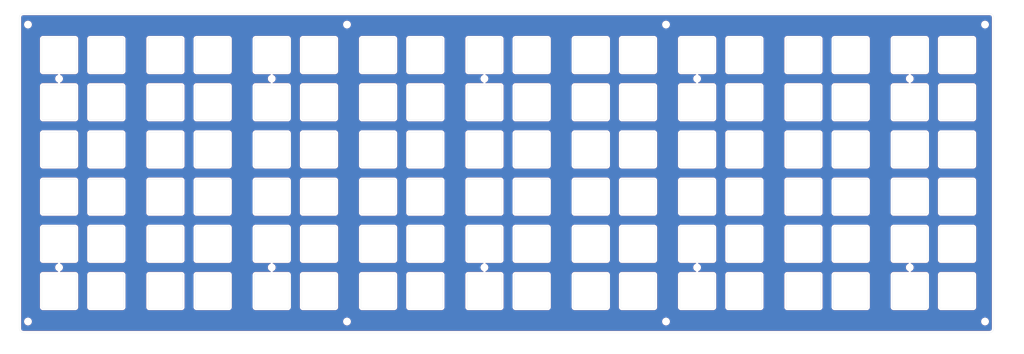
<source format=kicad_pcb>
(kicad_pcb (version 20221018) (generator pcbnew)
  (layers (0 "F.Cu" signal) (31 "B.Cu" signal) (34 "B.Paste" user) (35 "F.Paste" user) (36 "B.SilkS" user "B.Silkscreen") (37 "F.SilkS" user "F.Silkscreen") (38 "B.Mask" user) (39 "F.Mask" user) (44 "Edge.Cuts" user))
  (net 0 "")
  (footprint "MountingHole:MountingHole_2.2mm_M2" (layer "F.Cu") (at 163.68125 153.59375)
    (fp_text reference "REF**")
    (fp_text value "MountingHole_2.2mm_M2")
    (pad "" np_thru_hole circle (at 0 0) (size 2.2 2.2) (drill 2.2) (layers "F&B.Cu" "*.Mask"))
  )
  (footprint "MountingHole:MountingHole_2.2mm_M2" (layer "F.Cu") (at 292.26875 153.59375)
    (fp_text reference "REF**")
    (fp_text value "MountingHole_2.2mm_M2")
    (pad "" np_thru_hole circle (at 0 0) (size 2.2 2.2) (drill 2.2) (layers "F&B.Cu" "*.Mask"))
  )
  (footprint "MountingHole:MountingHole_2.2mm_M2" (layer "F.Cu") (at 292.26875 33.73125)
    (fp_text reference "REF**")
    (fp_text value "MountingHole_2.2mm_M2")
    (pad "" np_thru_hole circle (at 0 0) (size 2.2 2.2) (drill 2.2) (layers "F&B.Cu" "*.Mask"))
  )
  (footprint "MountingHole:MountingHole_2.2mm_M2" (layer "F.Cu") (at 390.525 55.5625)
    (fp_text reference "REF**")
    (fp_text value "MountingHole_2.2mm_M2")
    (pad "" np_thru_hole circle (at 0 0) (size 2.2 2.2) (drill 2.2) (layers "F&B.Cu" "*.Mask"))
  )
  (footprint "MountingHole:MountingHole_2.2mm_M2" (layer "F.Cu") (at 420.85625 153.59375)
    (fp_text reference "REF**")
    (fp_text value "MountingHole_2.2mm_M2")
    (pad "" np_thru_hole circle (at 0 0) (size 2.2 2.2) (drill 2.2) (layers "F&B.Cu" "*.Mask"))
  )
  (footprint "MountingHole:MountingHole_2.2mm_M2" (layer "F.Cu") (at 390.525 131.7625)
    (fp_text reference "REF**")
    (fp_text value "MountingHole_2.2mm_M2")
    (pad "" np_thru_hole circle (at 0 0) (size 2.2 2.2) (drill 2.2) (layers "F&B.Cu" "*.Mask"))
  )
  (footprint "MountingHole:MountingHole_2.2mm_M2" (layer "F.Cu") (at 133.35 55.5625)
    (fp_text reference "REF**")
    (fp_text value "MountingHole_2.2mm_M2")
    (pad "" np_thru_hole circle (at 0 0) (size 2.2 2.2) (drill 2.2) (layers "F&B.Cu" "*.Mask"))
  )
  (footprint "MountingHole:MountingHole_2.2mm_M2" (layer "F.Cu") (at 35.09375 153.59375)
    (fp_text reference "REF**")
    (fp_text value "MountingHole_2.2mm_M2")
    (pad "" np_thru_hole circle (at 0 0) (size 2.2 2.2) (drill 2.2) (layers "F&B.Cu" "*.Mask"))
  )
  (footprint "MountingHole:MountingHole_2.2mm_M2" (layer "F.Cu") (at 304.8 131.7625)
    (fp_text reference "REF**")
    (fp_text value "MountingHole_2.2mm_M2")
    (pad "" np_thru_hole circle (at 0 0) (size 2.2 2.2) (drill 2.2) (layers "F&B.Cu" "*.Mask"))
  )
  (footprint "MountingHole:MountingHole_2.2mm_M2" (layer "F.Cu") (at 304.8 55.5625)
    (fp_text reference "REF**")
    (fp_text value "MountingHole_2.2mm_M2")
    (pad "" np_thru_hole circle (at 0 0) (size 2.2 2.2) (drill 2.2) (layers "F&B.Cu" "*.Mask"))
  )
  (footprint "MountingHole:MountingHole_2.2mm_M2" (layer "F.Cu") (at 163.68125 33.73125)
    (fp_text reference "REF**")
    (fp_text value "MountingHole_2.2mm_M2")
    (pad "" np_thru_hole circle (at 0 0) (size 2.2 2.2) (drill 2.2) (layers "F&B.Cu" "*.Mask"))
  )
  (footprint "MountingHole:MountingHole_2.2mm_M2" (layer "F.Cu") (at 219.075 55.5625)
    (fp_text reference "REF**")
    (fp_text value "MountingHole_2.2mm_M2")
    (pad "" np_thru_hole circle (at 0 0) (size 2.2 2.2) (drill 2.2) (layers "F&B.Cu" "*.Mask"))
  )
  (footprint "MountingHole:MountingHole_2.2mm_M2" (layer "F.Cu") (at 219.075 131.7625)
    (fp_text reference "REF**")
    (fp_text value "MountingHole_2.2mm_M2")
    (pad "" np_thru_hole circle (at 0 0) (size 2.2 2.2) (drill 2.2) (layers "F&B.Cu" "*.Mask"))
  )
  (footprint "MountingHole:MountingHole_2.2mm_M2" (layer "F.Cu") (at 133.35 131.7625)
    (fp_text reference "REF**")
    (fp_text value "MountingHole_2.2mm_M2")
    (pad "" np_thru_hole circle (at 0 0) (size 2.2 2.2) (drill 2.2) (layers "F&B.Cu" "*.Mask"))
  )
  (footprint "MountingHole:MountingHole_2.2mm_M2" (layer "F.Cu") (at 35.09375 33.73125)
    (fp_text reference "REF**")
    (fp_text value "MountingHole_2.2mm_M2")
    (pad "" np_thru_hole circle (at 0 0) (size 2.2 2.2) (drill 2.2) (layers "F&B.Cu" "*.Mask"))
  )
  (footprint "MountingHole:MountingHole_2.2mm_M2" (layer "F.Cu") (at 420.85625 33.73125)
    (fp_text reference "REF**")
    (fp_text value "MountingHole_2.2mm_M2")
    (pad "" np_thru_hole circle (at 0 0) (size 2.2 2.2) (drill 2.2) (layers "F&B.Cu" "*.Mask"))
  )
  (footprint "MountingHole:MountingHole_2.2mm_M2" (layer "F.Cu") (at 47.625 55.5625)
    (fp_text reference "REF**")
    (fp_text value "MountingHole_2.2mm_M2")
    (pad "" np_thru_hole circle (at 0 0) (size 2.2 2.2) (drill 2.2) (layers "*.Cu" "*.Mask"))
  )
  (footprint "MountingHole:MountingHole_2.2mm_M2" (layer "F.Cu") (at 47.625 131.7625)
    (fp_text reference "REF**")
    (fp_text value "MountingHole_2.2mm_M2")
    (pad "" np_thru_hole circle (at 0 0) (size 2.2 2.2) (drill 2.2) (layers "F&B.Cu" "*.Mask"))
  )
  (gr_arc (start 202.2625 147.7875) (mid 202.116053 148.141053) (end 201.7625 148.2875) (stroke (width 0.05)) (layer "Edge.Cuts"))
  (gr_line (start 139.85 72.0875) (end 126.85 72.0875) (stroke (width 0.05)) (layer "Edge.Cuts"))
  (gr_arc (start 225.575 58.0875) (mid 225.928553 58.233947) (end 226.075 58.5875) (stroke (width 0.05)) (layer "Edge.Cuts"))
  (gr_arc (start 340.6625 115.7375) (mid 340.808947 115.383947) (end 341.1625 115.2375) (stroke (width 0.05)) (layer "Edge.Cuts"))
  (gr_line (start 254.9375 147.7875) (end 254.9375 134.7875) (stroke (width 0.05)) (layer "Edge.Cuts"))
  (gr_line (start 287.4875 53.0375) (end 274.4875 53.0375) (stroke (width 0.05)) (layer "Edge.Cuts"))
  (gr_arc (start 183.2125 128.7375) (mid 183.066053 129.091053) (end 182.7125 129.2375) (stroke (width 0.05)) (layer "Edge.Cuts"))
  (gr_arc (start 360.2125 53.0375) (mid 359.858947 52.891053) (end 359.7125 52.5375) (stroke (width 0.05)) (layer "Edge.Cuts"))
  (gr_arc (start 140.35 147.7875) (mid 140.203553 148.141053) (end 139.85 148.2875) (stroke (width 0.05)) (layer "Edge.Cuts"))
  (gr_line (start 97.4875 77.6375) (end 97.4875 90.6375) (stroke (width 0.05)) (layer "Edge.Cuts"))
  (gr_curve (pts (xy 424.038012 29.875985) (xy 424.137686 30.02547) (xy 424.203608 30.190849) (xy 424.247414 30.365542)) (stroke (width 0.05)) (layer "Edge.Cuts"))
  (gr_line (start 226.075 58.5875) (end 226.075 71.5875) (stroke (width 0.05)) (layer "Edge.Cuts"))
  (gr_arc (start 83.4875 96.6875) (mid 83.633947 96.333947) (end 83.9875 96.1875) (stroke (width 0.05)) (layer "Edge.Cuts"))
  (gr_arc (start 116.5375 147.7875) (mid 116.391053 148.141053) (end 116.0375 148.2875) (stroke (width 0.05)) (layer "Edge.Cuts"))
  (gr_line (start 116.0375 110.1875) (end 103.0375 110.1875) (stroke (width 0.05)) (layer "Edge.Cuts"))
  (gr_arc (start 297.8 58.5875) (mid 297.946447 58.233947) (end 298.3 58.0875) (stroke (width 0.05)) (layer "Edge.Cuts"))
  (gr_line (start 384.025 96.1875) (end 397.025 96.1875) (stroke (width 0.05)) (layer "Edge.Cuts"))
  (gr_arc (start 330.85 128.7375) (mid 330.703553 129.091053) (end 330.35 129.2375) (stroke (width 0.05)) (layer "Edge.Cuts"))
  (gr_arc (start 273.9875 96.6875) (mid 274.133947 96.333947) (end 274.4875 96.1875) (stroke (width 0.05)) (layer "Edge.Cuts"))
  (gr_line (start 254.9375 96.6875) (end 254.9375 109.6875) (stroke (width 0.05)) (layer "Edge.Cuts"))
  (gr_line (start 145.4 52.5375) (end 145.4 39.5375) (stroke (width 0.05)) (layer "Edge.Cuts"))
  (gr_arc (start 182.7125 96.1875) (mid 183.066053 96.333947) (end 183.2125 96.6875) (stroke (width 0.05)) (layer "Edge.Cuts"))
  (gr_line (start 73.175 91.1375) (end 60.175 91.1375) (stroke (width 0.05)) (layer "Edge.Cuts"))
  (gr_arc (start 159.4 52.5375) (mid 159.253553 52.891053) (end 158.9 53.0375) (stroke (width 0.05)) (layer "Edge.Cuts"))
  (gr_line (start 287.4875 148.2875) (end 274.4875 148.2875) (stroke (width 0.05)) (layer "Edge.Cuts"))
  (gr_arc (start 231.125 39.5375) (mid 231.271447 39.183947) (end 231.625 39.0375) (stroke (width 0.05)) (layer "Edge.Cuts"))
  (gr_line (start 354.6625 39.5375) (end 354.6625 52.5375) (stroke (width 0.05)) (layer "Edge.Cuts"))
  (gr_line (start 103.0375 134.2875) (end 116.0375 134.2875) (stroke (width 0.05)) (layer "Edge.Cuts"))
  (gr_line (start 397.525 77.6375) (end 397.525 90.6375) (stroke (width 0.05)) (layer "Edge.Cuts"))
  (gr_line (start 330.35 148.2875) (end 317.35 148.2875) (stroke (width 0.05)) (layer "Edge.Cuts"))
  (gr_arc (start 145.9 129.2375) (mid 145.546447 129.091053) (end 145.4 128.7375) (stroke (width 0.05)) (layer "Edge.Cuts"))
  (gr_arc (start 402.575 39.5375) (mid 402.721447 39.183947) (end 403.075 39.0375) (stroke (width 0.05)) (layer "Edge.Cuts"))
  (gr_line (start 145.9 96.1875) (end 158.9 96.1875) (stroke (width 0.05)) (layer "Edge.Cuts"))
  (gr_arc (start 103.0375 148.2875) (mid 102.683947 148.141053) (end 102.5375 147.7875) (stroke (width 0.05)) (layer "Edge.Cuts"))
  (gr_arc (start 359.7125 39.5375) (mid 359.858947 39.183947) (end 360.2125 39.0375) (stroke (width 0.05)) (layer "Edge.Cuts"))
  (gr_arc (start 97.4875 71.5875) (mid 97.341053 71.941053) (end 96.9875 72.0875) (stroke (width 0.05)) (layer "Edge.Cuts"))
  (gr_arc (start 311.3 115.2375) (mid 311.653553 115.383947) (end 311.8 115.7375) (stroke (width 0.05)) (layer "Edge.Cuts"))
  (gr_arc (start 169.7125 110.1875) (mid 169.358947 110.041053) (end 169.2125 109.6875) (stroke (width 0.05)) (layer "Edge.Cuts"))
  (gr_arc (start 201.7625 77.1375) (mid 202.116053 77.283947) (end 202.2625 77.6375) (stroke (width 0.05)) (layer "Edge.Cuts"))
  (gr_arc (start 397.025 134.2875) (mid 397.378553 134.433947) (end 397.525 134.7875) (stroke (width 0.05)) (layer "Edge.Cuts"))
  (gr_line (start 102.5375 90.6375) (end 102.5375 77.6375) (stroke (width 0.05)) (layer "Edge.Cuts"))
  (gr_arc (start 140.35 71.5875) (mid 140.203553 71.941053) (end 139.85 72.0875) (stroke (width 0.05)) (layer "Edge.Cuts"))
  (gr_arc (start 83.9875 129.2375) (mid 83.633947 129.091053) (end 83.4875 128.7375) (stroke (width 0.05)) (layer "Edge.Cuts"))
  (gr_arc (start 254.9375 115.7375) (mid 255.083947 115.383947) (end 255.4375 115.2375) (stroke (width 0.05)) (layer "Edge.Cuts"))
  (gr_arc (start 231.625 129.2375) (mid 231.271447 129.091053) (end 231.125 128.7375) (stroke (width 0.05)) (layer "Edge.Cuts"))
  (gr_arc (start 403.075 148.2875) (mid 402.721447 148.141053) (end 402.575 147.7875) (stroke (width 0.05)) (layer "Edge.Cuts"))
  (gr_arc (start 73.675 71.5875) (mid 73.528553 71.941053) (end 73.175 72.0875) (stroke (width 0.05)) (layer "Edge.Cuts"))
  (gr_curve (pts (xy 33.9875 158.1) (xy 33.559007 158.1) (xy 33.174881 158.1) (xy 32.835423 158.028839)) (stroke (width 0.05)) (layer "Edge.Cuts"))
  (gr_arc (start 116.5375 109.6875) (mid 116.391053 110.041053) (end 116.0375 110.1875) (stroke (width 0.05)) (layer "Edge.Cuts"))
  (gr_line (start 317.35 134.2875) (end 330.35 134.2875) (stroke (width 0.05)) (layer "Edge.Cuts"))
  (gr_line (start 416.075 148.2875) (end 403.075 148.2875) (stroke (width 0.05)) (layer "Edge.Cuts"))
  (gr_line (start 116.5375 134.7875) (end 116.5375 147.7875) (stroke (width 0.05)) (layer "Edge.Cuts"))
  (gr_curve (pts (xy 423.114577 29.296161) (xy 423.317246 29.338647) (xy 423.50995 29.407747) (xy 423.682217 29.521635)) (stroke (width 0.05)) (layer "Edge.Cuts"))
  (gr_arc (start 59.675 115.7375) (mid 59.821447 115.383947) (end 60.175 115.2375) (stroke (width 0.05)) (layer "Edge.Cuts"))
  (gr_arc (start 255.4375 72.0875) (mid 255.083947 71.941053) (end 254.9375 71.5875) (stroke (width 0.05)) (layer "Edge.Cuts"))
  (gr_line (start 158.9 129.2375) (end 145.9 129.2375) (stroke (width 0.05)) (layer "Edge.Cuts"))
  (gr_line (start 268.4375 91.1375) (end 255.4375 91.1375) (stroke (width 0.05)) (layer "Edge.Cuts"))
  (gr_line (start 383.525 90.6375) (end 383.525 77.6375) (stroke (width 0.05)) (layer "Edge.Cuts"))
  (gr_line (start 268.4375 96.1875) (end 255.4375 96.1875) (stroke (width 0.05)) (layer "Edge.Cuts"))
  (gr_line (start 159.4 58.5875) (end 159.4 71.5875) (stroke (width 0.05)) (layer "Edge.Cuts"))
  (gr_arc (start 317.35 129.2375) (mid 316.996447 129.091053) (end 316.85 128.7375) (stroke (width 0.05)) (layer "Edge.Cuts"))
  (gr_arc (start 317.35 110.1875) (mid 316.996447 110.041053) (end 316.85 109.6875) (stroke (width 0.05)) (layer "Edge.Cuts"))
  (gr_curve (pts (xy 423.682217 29.521635) (xy 423.824388 29.615626) (xy 423.943471 29.734199) (xy 424.038012 29.875985)) (stroke (width 0.05)) (layer "Edge.Cuts"))
  (gr_line (start 416.575 115.7375) (end 416.575 128.7375) (stroke (width 0.05)) (layer "Edge.Cuts"))
  (gr_line (start 73.175 58.0875) (end 60.175 58.0875) (stroke (width 0.05)) (layer "Edge.Cuts"))
  (gr_arc (start 341.1625 129.2375) (mid 340.808947 129.091053) (end 340.6625 128.7375) (stroke (width 0.05)) (layer "Edge.Cuts"))
  (gr_line (start 298.3 115.2375) (end 311.3 115.2375) (stroke (width 0.05)) (layer "Edge.Cuts"))
  (gr_curve (pts (xy 31.683661 30.447923) (xy 31.726147 30.245254) (xy 31.795247 30.05255) (xy 31.909135 29.880283)) (stroke (width 0.05)) (layer "Edge.Cuts"))
  (gr_arc (start 126.85 91.1375) (mid 126.496447 90.991053) (end 126.35 90.6375) (stroke (width 0.05)) (layer "Edge.Cuts"))
  (gr_line (start 354.1625 53.0375) (end 341.1625 53.0375) (stroke (width 0.05)) (layer "Edge.Cuts"))
  (gr_line (start 73.675 77.6375) (end 73.675 90.6375) (stroke (width 0.05)) (layer "Edge.Cuts"))
  (gr_arc (start 139.85 115.2375) (mid 140.203553 115.383947) (end 140.35 115.7375) (stroke (width 0.05)) (layer "Edge.Cuts"))
  (gr_arc (start 212.075 58.5875) (mid 212.221447 58.233947) (end 212.575 58.0875) (stroke (width 0.05)) (layer "Edge.Cuts"))
  (gr_line (start 373.2125 72.0875) (end 360.2125 72.0875) (stroke (width 0.05)) (layer "Edge.Cuts"))
  (gr_arc (start 225.575 134.2875) (mid 225.928553 134.433947) (end 226.075 134.7875) (stroke (width 0.05)) (layer "Edge.Cuts"))
  (gr_arc (start 126.35 58.5875) (mid 126.496447 58.233947) (end 126.85 58.0875) (stroke (width 0.05)) (layer "Edge.Cuts"))
  (gr_line (start 54.125 129.2375) (end 41.125 129.2375) (stroke (width 0.05)) (layer "Edge.Cuts"))
  (gr_line (start 126.85 96.1875) (end 139.85 96.1875) (stroke (width 0.05)) (layer "Edge.Cuts"))
  (gr_arc (start 231.125 96.6875) (mid 231.271447 96.333947) (end 231.625 96.1875) (stroke (width 0.05)) (layer "Edge.Cuts"))
  (gr_line (start 201.7625 53.0375) (end 188.7625 53.0375) (stroke (width 0.05)) (layer "Edge.Cuts"))
  (gr_arc (start 145.9 91.1375) (mid 145.546447 90.991053) (end 145.4 90.6375) (stroke (width 0.05)) (layer "Edge.Cuts"))
  (gr_line (start 403.075 134.2875) (end 416.075 134.2875) (stroke (width 0.05)) (layer "Edge.Cuts"))
  (gr_arc (start 245.125 71.5875) (mid 244.978553 71.941053) (end 244.625 72.0875) (stroke (width 0.05)) (layer "Edge.Cuts"))
  (gr_line (start 212.075 71.5875) (end 212.075 58.5875) (stroke (width 0.05)) (layer "Edge.Cuts"))
  (gr_line (start 201.7625 110.1875) (end 188.7625 110.1875) (stroke (width 0.05)) (layer "Edge.Cuts"))
  (gr_line (start 73.675 134.7875) (end 73.675 147.7875) (stroke (width 0.05)) (layer "Edge.Cuts"))
  (gr_arc (start 403.075 53.0375) (mid 402.721447 52.891053) (end 402.575 52.5375) (stroke (width 0.05)) (layer "Edge.Cuts"))
  (gr_arc (start 96.9875 58.0875) (mid 97.341053 58.233947) (end 97.4875 58.5875) (stroke (width 0.05)) (layer "Edge.Cuts"))
  (gr_line (start 116.0375 53.0375) (end 103.0375 53.0375) (stroke (width 0.05)) (layer "Edge.Cuts"))
  (gr_line (start 116.5375 39.5375) (end 116.5375 52.5375) (stroke (width 0.05)) (layer "Edge.Cuts"))
  (gr_arc (start 354.6625 147.7875) (mid 354.516053 148.141053) (end 354.1625 148.2875) (stroke (width 0.05)) (layer "Edge.Cuts"))
  (gr_arc (start 145.4 39.5375) (mid 145.546447 39.183947) (end 145.9 39.0375) (stroke (width 0.05)) (layer "Edge.Cuts"))
  (gr_line (start 59.675 115.7375) (end 59.675 128.7375) (stroke (width 0.05)) (layer "Edge.Cuts"))
  (gr_arc (start 373.7125 109.6875) (mid 373.566053 110.041053) (end 373.2125 110.1875) (stroke (width 0.05)) (layer "Edge.Cuts"))
  (gr_arc (start 231.125 115.7375) (mid 231.271447 115.383947) (end 231.625 115.2375) (stroke (width 0.05)) (layer "Edge.Cuts"))
  (gr_line (start 274.4875 77.1375) (end 287.4875 77.1375) (stroke (width 0.05)) (layer "Edge.Cuts"))
  (gr_arc (start 298.3 148.2875) (mid 297.946447 148.141053) (end 297.8 147.7875) (stroke (width 0.05)) (layer "Edge.Cuts"))
  (gr_line (start 287.4875 110.1875) (end 274.4875 110.1875) (stroke (width 0.05)) (layer "Edge.Cuts"))
  (gr_arc (start 354.1625 134.2875) (mid 354.516053 134.433947) (end 354.6625 134.7875) (stroke (width 0.05)) (layer "Edge.Cuts"))
  (gr_arc (start 96.9875 39.0375) (mid 97.341053 39.183947) (end 97.4875 39.5375) (stroke (width 0.05)) (layer "Edge.Cuts"))
  (gr_line (start 145.9 134.2875) (end 158.9 134.2875) (stroke (width 0.05)) (layer "Edge.Cuts"))
  (gr_line (start 373.7125 58.5875) (end 373.7125 71.5875) (stroke (width 0.05)) (layer "Edge.Cuts"))
  (gr_arc (start 73.175 134.2875) (mid 73.528553 134.433947) (end 73.675 134.7875) (stroke (width 0.05)) (layer "Edge.Cuts"))
  (gr_line (start 97.4875 58.5875) (end 97.4875 71.5875) (stroke (width 0.05)) (layer "Edge.Cuts"))
  (gr_line (start 354.1625 148.2875) (end 341.1625 148.2875) (stroke (width 0.05)) (layer "Edge.Cuts"))
  (gr_line (start 231.125 52.5375) (end 231.125 39.5375) (stroke (width 0.05)) (layer "Edge.Cuts"))
  (gr_line (start 268.4375 72.0875) (end 255.4375 72.0875) (stroke (width 0.05)) (layer "Edge.Cuts"))
  (gr_arc (start 116.5375 71.5875) (mid 116.391053 71.941053) (end 116.0375 72.0875) (stroke (width 0.05)) (layer "Edge.Cuts"))
  (gr_line (start 226.075 52.5375) (end 226.075 39.5375) (stroke (width 0.05)) (layer "Edge.Cuts"))
  (gr_arc (start 126.85 129.2375) (mid 126.496447 129.091053) (end 126.35 128.7375) (stroke (width 0.05)) (layer "Edge.Cuts"))
  (gr_arc (start 416.575 147.7875) (mid 416.428553 148.141053) (end 416.075 148.2875) (stroke (width 0.05)) (layer "Edge.Cuts"))
  (gr_arc (start 158.9 39.0375) (mid 159.253553 39.183947) (end 159.4 39.5375) (stroke (width 0.05)) (layer "Edge.Cuts"))
  (gr_line (start 140.35 58.5875) (end 140.35 71.5875) (stroke (width 0.05)) (layer "Edge.Cuts"))
  (gr_line (start 226.075 115.7375) (end 226.075 128.7375) (stroke (width 0.05)) (layer "Edge.Cuts"))
  (gr_arc (start 60.175 148.2875) (mid 59.821447 148.141053) (end 59.675 147.7875) (stroke (width 0.05)) (layer "Edge.Cuts"))
  (gr_arc (start 139.85 77.1375) (mid 140.203553 77.283947) (end 140.35 77.6375) (stroke (width 0.05)) (layer "Edge.Cuts"))
  (gr_line (start 397.025 91.1375) (end 384.025 91.1375) (stroke (width 0.05)) (layer "Edge.Cuts"))
  (gr_arc (start 139.85 39.0375) (mid 140.203553 39.183947) (end 140.35 39.5375) (stroke (width 0.05)) (layer "Edge.Cuts"))
  (gr_arc (start 60.175 129.2375) (mid 59.821447 129.091053) (end 59.675 128.7375) (stroke (width 0.05)) (layer "Edge.Cuts"))
  (gr_line (start 60.175 129.2375) (end 73.175 129.2375) (stroke (width 0.05)) (layer "Edge.Cuts"))
  (gr_arc (start 188.7625 53.0375) (mid 188.408947 52.891053) (end 188.2625 52.5375) (stroke (width 0.05)) (layer "Edge.Cuts"))
  (gr_arc (start 188.2625 77.6375) (mid 188.408947 77.283947) (end 188.7625 77.1375) (stroke (width 0.05)) (layer "Edge.Cuts"))
  (gr_arc (start 383.525 58.5875) (mid 383.671447 58.233947) (end 384.025 58.0875) (stroke (width 0.05)) (layer "Edge.Cuts"))
  (gr_arc (start 341.1625 91.1375) (mid 340.808947 90.991053) (end 340.6625 90.6375) (stroke (width 0.05)) (layer "Edge.Cuts"))
  (gr_line (start 274.4875 134.2875) (end 287.4875 134.2875) (stroke (width 0.05)) (layer "Edge.Cuts"))
  (gr_line (start 268.4375 148.2875) (end 255.4375 148.2875) (stroke (width 0.05)) (layer "Edge.Cuts"))
  (gr_line (start 225.575 129.2375) (end 212.575 129.2375) (stroke (width 0.05)) (layer "Edge.Cuts"))
  (gr_line (start 54.625 77.6375) (end 54.625 90.6375) (stroke (width 0.05)) (layer "Edge.Cuts"))
  (gr_arc (start 83.9875 110.1875) (mid 83.633947 110.041053) (end 83.4875 109.6875) (stroke (width 0.05)) (layer "Edge.Cuts"))
  (gr_arc (start 182.7125 58.0875) (mid 183.066053 58.233947) (end 183.2125 58.5875) (stroke (width 0.05)) (layer "Edge.Cuts"))
  (gr_arc (start 373.2125 77.1375) (mid 373.566053 77.283947) (end 373.7125 77.6375) (stroke (width 0.05)) (layer "Edge.Cuts"))
  (gr_arc (start 244.625 96.1875) (mid 244.978553 96.333947) (end 245.125 96.6875) (stroke (width 0.05)) (layer "Edge.Cuts"))
  (gr_arc (start 287.9875 147.7875) (mid 287.841053 148.141053) (end 287.4875 148.2875) (stroke (width 0.05)) (layer "Edge.Cuts"))
  (gr_line (start 416.075 110.1875) (end 403.075 110.1875) (stroke (width 0.05)) (layer "Edge.Cuts"))
  (gr_line (start 254.9375 90.6375) (end 254.9375 77.6375) (stroke (width 0.05)) (layer "Edge.Cuts"))
  (gr_line (start 231.625 77.1375) (end 244.625 77.1375) (stroke (width 0.05)) (layer "Edge.Cuts"))
  (gr_line (start 139.85 148.2875) (end 126.85 148.2875) (stroke (width 0.05)) (layer "Edge.Cuts"))
  (gr_line (start 31.6125 31.6) (end 31.6125 155.725) (stroke (width 0.05)) (layer "Edge.Cuts"))
  (gr_arc (start 102.5375 115.7375) (mid 102.683947 115.383947) (end 103.0375 115.2375) (stroke (width 0.05)) (layer "Edge.Cuts"))
  (gr_line (start 297.8 147.7875) (end 297.8 134.7875) (stroke (width 0.05)) (layer "Edge.Cuts"))
  (gr_line (start 360.2125 134.2875) (end 373.2125 134.2875) (stroke (width 0.05)) (layer "Edge.Cuts"))
  (gr_line (start 73.675 128.7375) (end 73.675 115.7375) (stroke (width 0.05)) (layer "Edge.Cuts"))
  (gr_line (start 245.125 39.5375) (end 245.125 52.5375) (stroke (width 0.05)) (layer "Edge.Cuts"))
  (gr_arc (start 102.5375 134.7875) (mid 102.683947 134.433947) (end 103.0375 134.2875) (stroke (width 0.05)) (layer "Edge.Cuts"))
  (gr_arc (start 416.075 58.0875) (mid 416.428553 58.233947) (end 416.575 58.5875) (stroke (width 0.05)) (layer "Edge.Cuts"))
  (gr_arc (start 341.1625 72.0875) (mid 340.808947 71.941053) (end 340.6625 71.5875) (stroke (width 0.05)) (layer "Edge.Cuts"))
  (gr_arc (start 311.3 58.0875) (mid 311.653553 58.233947) (end 311.8 58.5875) (stroke (width 0.05)) (layer "Edge.Cuts"))
  (gr_arc (start 202.2625 71.5875) (mid 202.116053 71.941053) (end 201.7625 72.0875) (stroke (width 0.05)) (layer "Edge.Cuts"))
  (gr_line (start 373.2125 53.0375) (end 360.2125 53.0375) (stroke (width 0.05)) (layer "Edge.Cuts"))
  (gr_arc (start 212.575 148.2875) (mid 212.221447 148.141053) (end 212.075 147.7875) (stroke (width 0.05)) (layer "Edge.Cuts"))
  (gr_line (start 373.2125 91.1375) (end 360.2125 91.1375) (stroke (width 0.05)) (layer "Edge.Cuts"))
  (gr_line (start 273.9875 58.5875) (end 273.9875 71.5875) (stroke (width 0.05)) (layer "Edge.Cuts"))
  (gr_arc (start 330.35 134.2875) (mid 330.703553 134.433947) (end 330.85 134.7875) (stroke (width 0.05)) (layer "Edge.Cuts"))
  (gr_arc (start 311.8 109.6875) (mid 311.653553 110.041053) (end 311.3 110.1875) (stroke (width 0.05)) (layer "Edge.Cuts"))
  (gr_line (start 359.7125 71.5875) (end 359.7125 58.5875) (stroke (width 0.05)) (layer "Edge.Cuts"))
  (gr_line (start 360.2125 77.1375) (end 373.2125 77.1375) (stroke (width 0.05)) (layer "Edge.Cuts"))
  (gr_arc (start 158.9 115.2375) (mid 159.253553 115.383947) (end 159.4 115.7375) (stroke (width 0.05)) (layer "Edge.Cuts"))
  (gr_line (start 231.125 109.6875) (end 231.125 96.6875) (stroke (width 0.05)) (layer "Edge.Cuts"))
  (gr_arc (start 245.125 52.5375) (mid 244.978553 52.891053) (end 244.625 53.0375) (stroke (width 0.05)) (layer "Edge.Cuts"))
  (gr_line (start 340.6625 90.6375) (end 340.6625 77.6375) (stroke (width 0.05)) (layer "Edge.Cuts"))
  (gr_line (start 212.075 39.5375) (end 212.075 52.5375) (stroke (width 0.05)) (layer "Edge.Cuts"))
  (gr_arc (start 201.7625 58.0875) (mid 202.116053 58.233947) (end 202.2625 58.5875) (stroke (width 0.05)) (layer "Edge.Cuts"))
  (gr_line (start 373.2125 148.2875) (end 360.2125 148.2875) (stroke (width 0.05)) (layer "Edge.Cuts"))
  (gr_line (start 212.075 147.7875) (end 212.075 134.7875) (stroke (width 0.05)) (layer "Edge.Cuts"))
  (gr_line (start 202.2625 147.7875) (end 202.2625 134.7875) (stroke (width 0.05)) (layer "Edge.Cuts"))
  (gr_line (start 273.9875 90.6375) (end 273.9875 77.6375) (stroke (width 0.05)) (layer "Edge.Cuts"))
  (gr_line (start 245.125 134.7875) (end 245.125 147.7875) (stroke (width 0.05)) (layer "Edge.Cuts"))
  (gr_arc (start 158.9 58.0875) (mid 159.253553 58.233947) (end 159.4 58.5875) (stroke (width 0.05)) (layer "Edge.Cuts"))
  (gr_line (start 188.2625 134.7875) (end 188.2625 147.7875) (stroke (width 0.05)) (layer "Edge.Cuts"))
  (gr_arc (start 360.2125 91.1375) (mid 359.858947 90.991053) (end 359.7125 90.6375) (stroke (width 0.05)) (layer "Edge.Cuts"))
  (gr_arc (start 145.4 77.6375) (mid 145.546447 77.283947) (end 145.9 77.1375) (stroke (width 0.05)) (layer "Edge.Cuts"))
  (gr_line (start 145.4 71.5875) (end 145.4 58.5875) (stroke (width 0.05)) (layer "Edge.Cuts"))
  (gr_arc (start 54.625 147.7875) (mid 54.478553 148.141053) (end 54.125 148.2875) (stroke (width 0.05)) (layer "Edge.Cuts"))
  (gr_arc (start 384.025 72.0875) (mid 383.671447 71.941053) (end 383.525 71.5875) (stroke (width 0.05)) (layer "Edge.Cuts"))
  (gr_arc (start 73.175 115.2375) (mid 73.528553 115.383947) (end 73.675 115.7375) (stroke (width 0.05)) (layer "Edge.Cuts"))
  (gr_line (start 311.8 58.5875) (end 311.8 71.5875) (stroke (width 0.05)) (layer "Edge.Cuts"))
  (gr_arc (start 403.075 110.1875) (mid 402.721447 110.041053) (end 402.575 109.6875) (stroke (width 0.05)) (layer "Edge.Cuts"))
  (gr_line (start 54.625 115.7375) (end 54.625 128.7375) (stroke (width 0.05)) (layer "Edge.Cuts"))
  (gr_arc (start 188.2625 58.5875) (mid 188.408947 58.233947) (end 188.7625 58.0875) (stroke (width 0.05)) (layer "Edge.Cuts"))
  (gr_arc (start 83.9875 53.0375) (mid 83.633947 52.891053) (end 83.4875 52.5375) (stroke (width 0.05)) (layer "Edge.Cuts"))
  (gr_line (start 182.7125 148.2875) (end 169.7125 148.2875) (stroke (width 0.05)) (layer "Edge.Cuts"))
  (gr_arc (start 416.575 90.6375) (mid 416.428553 90.991053) (end 416.075 91.1375) (stroke (width 0.05)) (layer "Edge.Cuts"))
  (gr_arc (start 139.85 134.2875) (mid 140.203553 134.433947) (end 140.35 134.7875) (stroke (width 0.05)) (layer "Edge.Cuts"))
  (gr_arc (start 287.4875 58.0875) (mid 287.841053 58.233947) (end 287.9875 58.5875) (stroke (width 0.05)) (layer "Edge.Cuts"))
  (gr_arc (start 158.9 77.1375) (mid 159.253553 77.283947) (end 159.4 77.6375) (stroke (width 0.05)) (layer "Edge.Cuts"))
  (gr_line (start 354.1625 110.1875) (end 341.1625 110.1875) (stroke (width 0.05)) (layer "Edge.Cuts"))
  (gr_arc (start 60.175 53.0375) (mid 59.821447 52.891053) (end 59.675 52.5375) (stroke (width 0.05)) (layer "Edge.Cuts"))
  (gr_line (start 188.7625 148.2875) (end 201.7625 148.2875) (stroke (width 0.05)) (layer "Edge.Cuts"))
  (gr_arc (start 126.35 115.7375) (mid 126.496447 115.383947) (end 126.85 115.2375) (stroke (width 0.05)) (layer "Edge.Cuts"))
  (gr_line (start 116.0375 129.2375) (end 103.0375 129.2375) (stroke (width 0.05)) (layer "Edge.Cuts"))
  (gr_arc (start 340.6625 58.5875) (mid 340.808947 58.233947) (end 341.1625 58.0875) (stroke (width 0.05)) (layer "Edge.Cuts"))
  (gr_arc (start 83.4875 39.5375) (mid 83.633947 39.183947) (end 83.9875 39.0375) (stroke (width 0.05)) (layer "Edge.Cuts"))
  (gr_curve (pts (xy 423.686515 157.800512) (xy 423.53703 157.900186) (xy 423.371651 157.966108) (xy 423.196958 158.009914)) (stroke (width 0.05)) (layer "Edge.Cuts"))
  (gr_line (start 311.3 53.0375) (end 298.3 53.0375) (stroke (width 0.05)) (layer "Edge.Cuts"))
  (gr_curve (pts (xy 32.267783 157.803365) (xy 32.125612 157.709374) (xy 32.006529 157.590801) (xy 31.911988 157.449015)) (stroke (width 0.05)) (layer "Edge.Cuts"))
  (gr_arc (start 298.3 53.0375) (mid 297.946447 52.891053) (end 297.8 52.5375) (stroke (width 0.05)) (layer "Edge.Cuts"))
  (gr_arc (start 103.0375 53.0375) (mid 102.683947 52.891053) (end 102.5375 52.5375) (stroke (width 0.05)) (layer "Edge.Cuts"))
  (gr_line (start 255.4375 39.0375) (end 268.4375 39.0375) (stroke (width 0.05)) (layer "Edge.Cuts"))
  (gr_arc (start 397.025 77.1375) (mid 397.378553 77.283947) (end 397.525 77.6375) (stroke (width 0.05)) (layer "Edge.Cuts"))
  (gr_line (start 403.075 96.1875) (end 416.075 96.1875) (stroke (width 0.05)) (layer "Edge.Cuts"))
  (gr_line (start 330.85 96.6875) (end 330.85 109.6875) (stroke (width 0.05)) (layer "Edge.Cuts"))
  (gr_line (start 298.3 110.1875) (end 311.3 110.1875) (stroke (width 0.05)) (layer "Edge.Cuts"))
  (gr_arc (start 268.4375 58.0875) (mid 268.791053 58.233947) (end 268.9375 58.5875) (stroke (width 0.05)) (layer "Edge.Cuts"))
  (gr_arc (start 97.4875 128.7375) (mid 97.341053 129.091053) (end 96.9875 129.2375) (stroke (width 0.05)) (layer "Edge.Cuts"))
  (gr_arc (start 268.9375 52.5375) (mid 268.791053 52.891053) (end 268.4375 53.0375) (stroke (width 0.05)) (layer "Edge.Cuts"))
  (gr_line (start 188.7625 115.2375) (end 201.7625 115.2375) (stroke (width 0.05)) (layer "Edge.Cuts"))
  (gr_arc (start 212.575 53.0375) (mid 212.221447 52.891053) (end 212.075 52.5375) (stroke (width 0.05)) (layer "Edge.Cuts"))
  (gr_arc (start 145.4 96.6875) (mid 145.546447 96.333947) (end 145.9 96.1875) (stroke (width 0.05)) (layer "Edge.Cuts"))
  (gr_arc (start 188.2625 134.7875) (mid 188.408947 134.433947) (end 188.7625 134.2875) (stroke (width 0.05)) (layer "Edge.Cuts"))
  (gr_line (start 145.4 128.7375) (end 145.4 115.7375) (stroke (width 0.05)) (layer "Edge.Cuts"))
  (gr_line (start 54.625 134.7875) (end 54.625 147.7875) (stroke (width 0.05)) (layer "Edge.Cuts"))
  (gr_line (start 341.1625 39.0375) (end 354.1625 39.0375) (stroke (width 0.05)) (layer "Edge.Cuts"))
  (gr_line (start 73.675 39.5375) (end 73.675 52.5375) (stroke (width 0.05)) (layer "Edge.Cuts"))
  (gr_arc (start 54.125 115.2375) (mid 54.478553 115.383947) (end 54.625 115.7375) (stroke (width 0.05)) (layer "Edge.Cuts"))
  (gr_line (start 159.4 134.7875) (end 159.4 147.7875) (stroke (width 0.05)) (layer "Edge.Cuts"))
  (gr_arc (start 126.85 148.2875) (mid 126.496447 148.141053) (end 126.35 147.7875) (stroke (width 0.05)) (layer "Edge.Cuts"))
  (gr_line (start 73.675 71.5875) (end 73.675 58.5875) (stroke (width 0.05)) (layer "Edge.Cuts"))
  (gr_arc (start 231.625 91.1375) (mid 231.271447 90.991053) (end 231.125 90.6375) (stroke (width 0.05)) (layer "Edge.Cuts"))
  (gr_arc (start 40.625 39.5375) (mid 40.771447 39.183947) (end 41.125 39.0375) (stroke (width 0.05)) (layer "Edge.Cuts"))
  (gr_arc (start 416.075 77.1375) (mid 416.428553 77.283947) (end 416.575 77.6375) (stroke (width 0.05)) (layer "Edge.Cuts"))
  (gr_arc (start 244.625 58.0875) (mid 244.978553 58.233947) (end 245.125 58.5875) (stroke (width 0.05)) (layer "Edge.Cuts"))
  (gr_curve (pts (xy 31.911988 157.449015) (xy 31.812314 157.29953) (xy 31.746392 157.134151) (xy 31.702586 156.959458)) (stroke (width 0.05)) (layer "Edge.Cuts"))
  (gr_line (start 41.125 134.2875) (end 54.125 134.2875) (stroke (width 0.05)) (layer "Edge.Cuts"))
  (gr_arc (start 402.575 115.7375) (mid 402.721447 115.383947) (end 403.075 115.2375) (stroke (width 0.05)) (layer "Edge.Cuts"))
  (gr_arc (start 340.6625 39.5375) (mid 340.808947 39.183947) (end 341.1625 39.0375) (stroke (width 0.05)) (layer "Edge.Cuts"))
  (gr_line (start 384.025 39.0375) (end 397.025 39.0375) (stroke (width 0.05)) (layer "Edge.Cuts"))
  (gr_arc (start 73.675 147.7875) (mid 73.528553 148.141053) (end 73.175 148.2875) (stroke (width 0.05)) (layer "Edge.Cuts"))
  (gr_arc (start 373.2125 96.1875) (mid 373.566053 96.333947) (end 373.7125 96.6875) (stroke (width 0.05)) (layer "Edge.Cuts"))
  (gr_arc (start 188.2625 39.5375) (mid 188.408947 39.183947) (end 188.7625 39.0375) (stroke (width 0.05)) (layer "Edge.Cuts"))
  (gr_arc (start 231.625 53.0375) (mid 231.271447 52.891053) (end 231.125 52.5375) (stroke (width 0.05)) (layer "Edge.Cuts"))
  (gr_line (start 298.3 39.0375) (end 311.3 39.0375) (stroke (width 0.05)) (layer "Edge.Cuts"))
  (gr_line (start 340.6625 109.6875) (end 340.6625 96.6875) (stroke (width 0.05)) (layer "Edge.Cuts"))
  (gr_line (start 397.525 39.5375) (end 397.525 52.5375) (stroke (width 0.05)) (layer "Edge.Cuts"))
  (gr_arc (start 373.7125 71.5875) (mid 373.566053 71.941053) (end 373.2125 72.0875) (stroke (width 0.05)) (layer "Edge.Cuts"))
  (gr_arc (start 126.35 96.6875) (mid 126.496447 96.333947) (end 126.85 96.1875) (stroke (width 0.05)) (layer "Edge.Cuts"))
  (gr_line (start 297.8 128.7375) (end 297.8 115.7375) (stroke (width 0.05)) (layer "Edge.Cuts"))
  (gr_arc (start 416.075 115.2375) (mid 416.428553 115.383947) (end 416.575 115.7375) (stroke (width 0.05)) (layer "Edge.Cuts"))
  (gr_line (start 116.5375 96.6875) (end 116.5375 109.6875) (stroke (width 0.05)) (layer "Edge.Cuts"))
  (gr_line (start 126.35 71.5875) (end 126.35 58.5875) (stroke (width 0.05)) (layer "Edge.Cuts"))
  (gr_line (start 416.075 53.0375) (end 403.075 53.0375) (stroke (width 0.05)) (layer "Edge.Cuts"))
  (gr_line (start 40.625 90.6375) (end 40.625 77.6375) (stroke (width 0.05)) (layer "Edge.Cuts"))
  (gr_arc (start 102.5375 39.5375) (mid 102.683947 39.183947) (end 103.0375 39.0375) (stroke (width 0.05)) (layer "Edge.Cuts"))
  (gr_curve (pts (xy 424.040865 157.444717) (xy 423.946874 157.586888) (xy 423.828301 157.705971) (xy 423.686515 157.800512)) (stroke (width 0.05)) (layer "Edge.Cuts"))
  (gr_curve (pts (xy 421.9625 29.225) (xy 422.390993 29.225) (xy 422.775119 29.225) (xy 423.114577 29.296161)) (stroke (width 0.05)) (layer "Edge.Cuts"))
  (gr_arc (start 225.575 96.1875) (mid 225.928553 96.333947) (end 226.075 96.6875) (stroke (width 0.05)) (layer "Edge.Cuts"))
  (gr_line (start 126.35 52.5375) (end 126.35 39.5375) (stroke (width 0.05)) (layer "Edge.Cuts"))
  (gr_line (start 330.85 134.7875) (end 330.85 147.7875) (stroke (width 0.05)) (layer "Edge.Cuts"))
  (gr_line (start 402.575 52.5375) (end 402.575 39.5375) (stroke (width 0.05)) (layer "Edge.Cuts"))
  (gr_arc (start 183.2125 109.6875) (mid 183.066053 110.041053) (end 182.7125 110.1875) (stroke (width 0.05)) (layer "Edge.Cuts"))
  (gr_arc (start 159.4 128.7375) (mid 159.253553 129.091053) (end 158.9 129.2375) (stroke (width 0.05)) (layer "Edge.Cuts"))
  (gr_line (start 225.575 39.0375) (end 212.575 39.0375) (stroke (width 0.05)) (layer "Edge.Cuts"))
  (gr_line (start 169.2125 147.7875) (end 169.2125 134.7875) (stroke (width 0.05)) (layer "Edge.Cuts"))
  (gr_arc (start 54.125 39.0375) (mid 54.478553 39.183947) (end 54.625 39.5375) (stroke (width 0.05)) (layer "Edge.Cuts"))
  (gr_arc (start 273.9875 77.6375) (mid 274.133947 77.283947) (end 274.4875 77.1375) (stroke (width 0.05)) (layer "Edge.Cuts"))
  (gr_line (start 402.575 58.5875) (end 402.575 71.5875) (stroke (width 0.05)) (layer "Edge.Cuts"))
  (gr_line (start 226.075 96.6875) (end 226.075 109.6875) (stroke (width 0.05)) (layer "Edge.Cuts"))
  (gr_arc (start 96.9875 134.2875) (mid 97.341053 134.433947) (end 97.4875 134.7875) (stroke (width 0.05)) (layer "Edge.Cuts"))
  (gr_arc (start 244.625 115.2375) (mid 244.978553 115.383947) (end 245.125 115.7375) (stroke (width 0.05)) (layer "Edge.Cuts"))
  (gr_line (start 245.125 58.5875) (end 245.125 71.5875) (stroke (width 0.05)) (layer "Edge.Cuts"))
  (gr_line (start 273.9875 52.5375) (end 273.9875 39.5375) (stroke (width 0.05)) (layer "Edge.Cuts"))
  (gr_line (start 383.525 71.5875) (end 383.525 58.5875) (stroke (width 0.05)) (layer "Edge.Cuts"))
  (gr_arc (start 402.575 58.5875) (mid 402.721447 58.233947) (end 403.075 58.0875) (stroke (width 0.05)) (layer "Edge.Cuts"))
  (gr_line (start 311.3 96.1875) (end 298.3 96.1875) (stroke (width 0.05)) (layer "Edge.Cuts"))
  (gr_line (start 97.4875 96.6875) (end 97.4875 109.6875) (stroke (width 0.05)) (layer "Edge.Cuts"))
  (gr_line (start 188.7625 58.0875) (end 201.7625 58.0875) (stroke (width 0.05)) (layer "Edge.Cuts"))
  (gr_line (start 169.2125 71.5875) (end 169.2125 58.5875) (stroke (width 0.05)) (layer "Edge.Cuts"))
  (gr_line (start 397.525 115.7375) (end 397.525 128.7375) (stroke (width 0.05)) (layer "Edge.Cuts"))
  (gr_arc (start 341.1625 148.2875) (mid 340.808947 148.141053) (end 340.6625 147.7875) (stroke (width 0.05)) (layer "Edge.Cuts"))
  (gr_line (start 40.625 147.7875) (end 40.625 134.7875) (stroke (width 0.05)) (layer "Edge.Cuts"))
  (gr_line (start 116.5375 77.6375) (end 116.5375 90.6375) (stroke (width 0.05)) (layer "Edge.Cuts"))
  (gr_arc (start 231.125 58.5875) (mid 231.271447 58.233947) (end 231.625 58.0875) (stroke (width 0.05)) (layer "Edge.Cuts"))
  (gr_arc (start 268.9375 128.7375) (mid 268.791053 129.091053) (end 268.4375 129.2375) (stroke (width 0.05)) (layer "Edge.Cuts"))
  (gr_arc (start 169.7125 72.0875) (mid 169.358947 71.941053) (end 169.2125 71.5875) (stroke (width 0.05)) (layer "Edge.Cuts"))
  (gr_arc (start 73.175 96.1875) (mid 73.528553 96.333947) (end 73.675 96.6875) (stroke (width 0.05)) (layer "Edge.Cuts"))
  (gr_arc (start 41.125 110.1875) (mid 40.771447 110.041053) (end 40.625 109.6875) (stroke (width 0.05)) (layer "Edge.Cuts"))
  (gr_arc (start 311.3 96.1875) (mid 311.653553 96.333947) (end 311.8 96.6875) (stroke (width 0.05)) (layer "Edge.Cuts"))
  (gr_arc (start 373.7125 147.7875) (mid 373.566053 148.141053) (end 373.2125 148.2875) (stroke (width 0.05)) (layer "Edge.Cuts"))
  (gr_line (start 254.9375 52.5375) (end 254.9375 39.5375) (stroke (width 0.05)) (layer "Edge.Cuts"))
  (gr_line (start 102.5375 128.7375) (end 102.5375 115.7375) (stroke (width 0.05)) (layer "Edge.Cuts"))
  (gr_line (start 41.125 58.0875) (end 54.125 58.0875) (stroke (width 0.05)) (layer "Edge.Cuts"))
  (gr_arc (start 40.625 77.6375) (mid 40.771447 77.283947) (end 41.125 77.1375) (stroke (width 0.05)) (layer "Edge.Cuts"))
  (gr_arc (start 373.7125 52.5375) (mid 373.566053 52.891053) (end 373.2125 53.0375) (stroke (width 0.05)) (layer "Edge.Cuts"))
  (gr_arc (start 126.35 77.6375) (mid 126.496447 77.283947) (end 126.85 77.1375) (stroke (width 0.05)) (layer "Edge.Cuts"))
  (gr_arc (start 116.0375 115.2375) (mid 116.391053 115.383947) (end 116.5375 115.7375) (stroke (width 0.05)) (layer "Edge.Cuts"))
  (gr_arc (start 297.8 115.7375) (mid 297.946447 115.383947) (end 298.3 115.2375) (stroke (width 0.05)) (layer "Edge.Cuts"))
  (gr_arc (start 126.85 53.0375) (mid 126.496447 52.891053) (end 126.35 52.5375) (stroke (width 0.05)) (layer "Edge.Cuts"))
  (gr_arc (start 140.35 128.7375) (mid 140.203553 129.091053) (end 139.85 129.2375) (stroke (width 0.05)) (layer "Edge.Cuts"))
  (gr_line (start 245.125 115.7375) (end 245.125 128.7375) (stroke (width 0.05)) (layer "Edge.Cuts"))
  (gr_line (start 340.6625 128.7375) (end 340.6625 115.7375) (stroke (width 0.05)) (layer "Edge.Cuts"))
  (gr_line (start 244.625 129.2375) (end 231.625 129.2375) (stroke (width 0.05)) (layer "Edge.Cuts"))
  (gr_arc (start 169.7125 148.2875) (mid 169.358947 148.141053) (end 169.2125 147.7875) (stroke (width 0.05)) (layer "Edge.Cuts"))
  (gr_line (start 373.7125 96.6875) (end 373.7125 109.6875) (stroke (width 0.05)) (layer "Edge.Cuts"))
  (gr_line (start 145.9 77.1375) (end 158.9 77.1375) (stroke (width 0.05)) (layer "Edge.Cuts"))
  (gr_line (start 244.625 91.1375) (end 231.625 91.1375) (stroke (width 0.05)) (layer "Edge.Cuts"))
  (gr_arc (start 255.4375 148.2875) (mid 255.083947 148.141053) (end 254.9375 147.7875) (stroke (width 0.05)) (layer "Edge.Cuts"))
  (gr_line (start 158.9 110.1875) (end 145.9 110.1875) (stroke (width 0.05)) (layer "Edge.Cuts"))
  (gr_arc (start 354.6625 52.5375) (mid 354.516053 52.891053) (end 354.1625 53.0375) (stroke (width 0.05)) (layer "Edge.Cuts"))
  (gr_arc (start 231.625 72.0875) (mid 231.271447 71.941053) (end 231.125 71.5875) (stroke (width 0.05)) (layer "Edge.Cuts"))
  (gr_arc (start 145.9 110.1875) (mid 145.546447 110.041053) (end 145.4 109.6875) (stroke (width 0.05)) (layer "Edge.Cuts"))
  (gr_line (start 83.4875 109.6875) (end 83.4875 96.6875) (stroke (width 0.05)) (layer "Edge.Cuts"))
  (gr_arc (start 397.525 71.5875) (mid 397.378553 71.941053) (end 397.025 72.0875) (stroke (width 0.05)) (layer "Edge.Cuts"))
  (gr_line (start 54.125 91.1375) (end 41.125 91.1375) (stroke (width 0.05)) (layer "Edge.Cuts"))
  (gr_arc (start 183.2125 52.5375) (mid 183.066053 52.891053) (end 182.7125 53.0375) (stroke (width 0.05)) (layer "Edge.Cuts"))
  (gr_arc (start 354.1625 58.0875) (mid 354.516053 58.233947) (end 354.6625 58.5875) (stroke (width 0.05)) (layer "Edge.Cuts"))
  (gr_line (start 202.2625 39.5375) (end 202.2625 52.5375) (stroke (width 0.05)) (layer "Edge.Cuts"))
  (gr_arc (start 60.175 110.1875) (mid 59.821447 110.041053) (end 59.675 109.6875) (stroke (width 0.05)) (layer "Edge.Cuts"))
  (gr_arc (start 298.3 129.2375) (mid 297.946447 129.091053) (end 297.8 128.7375) (stroke (width 0.05)) (layer "Edge.Cuts"))
  (gr_arc (start 268.4375 115.2375) (mid 268.791053 115.383947) (end 268.9375 115.7375) (stroke (width 0.05)) (layer "Edge.Cuts"))
  (gr_arc (start 103.0375 72.0875) (mid 102.683947 71.941053) (end 102.5375 71.5875) (stroke (width 0.05)) (layer "Edge.Cuts"))
  (gr_line (start 126.35 147.7875) (end 126.35 134.7875) (stroke (width 0.05)) (layer "Edge.Cuts"))
  (gr_line (start 274.4875 39.0375) (end 287.4875 39.0375) (stroke (width 0.05)) (layer "Edge.Cuts"))
  (gr_arc (start 287.9875 128.7375) (mid 287.841053 129.091053) (end 287.4875 129.2375) (stroke (width 0.05)) (layer "Edge.Cuts"))
  (gr_line (start 311.8 39.5375) (end 311.8 52.5375) (stroke (width 0.05)) (layer "Edge.Cuts"))
  (gr_arc (start 297.8 77.6375) (mid 297.946447 77.283947) (end 298.3 77.1375) (stroke (width 0.05)) (layer "Edge.Cuts"))
  (gr_arc (start 330.35 115.2375) (mid 330.703553 115.383947) (end 330.85 115.7375) (stroke (width 0.05)) (layer "Edge.Cuts"))
  (gr_arc (start 311.8 90.6375) (mid 311.653553 90.991053) (end 311.3 91.1375) (stroke (width 0.05)) (layer "Edge.Cuts"))
  (gr_line (start 159.4 39.5375) (end 159.4 52.5375) (stroke (width 0.05)) (layer "Edge.Cuts"))
  (gr_line (start 158.9 53.0375) (end 145.9 53.0375) (stroke (width 0.05)) (layer "Edge.Cuts"))
  (gr_line (start 183.2125 77.6375) (end 183.2125 90.6375) (stroke (width 0.05)) (layer "Edge.Cuts"))
  (gr_arc (start 245.125 109.6875) (mid 244.978553 110.041053) (end 244.625 110.1875) (stroke (width 0.05)) (layer "Edge.Cuts"))
  (gr_line (start 183.2125 134.7875) (end 183.2125 147.7875) (stroke (width 0.05)) (layer "Edge.Cuts"))
  (gr_arc (start 383.525 115.7375) (mid 383.671447 115.383947) (end 384.025 115.2375) (stroke (width 0.05)) (layer "Edge.Cuts"))
  (gr_line (start 287.9875 96.6875) (end 287.9875 109.6875) (stroke (width 0.05)) (layer "Edge.Cuts"))
  (gr_arc (start 231.125 77.6375) (mid 231.271447 77.283947) (end 231.625 77.1375) (stroke (width 0.05)) (layer "Edge.Cuts"))
  (gr_line (start 297.8 96.6875) (end 297.8 109.6875) (stroke (width 0.05)) (layer "Edge.Cuts"))
  (gr_arc (start 169.7125 129.2375) (mid 169.358947 129.091053) (end 169.2125 128.7375) (stroke (width 0.05)) (layer "Edge.Cuts"))
  (gr_arc (start 145.9 72.0875) (mid 145.546447 71.941053) (end 145.4 71.5875) (stroke (width 0.05)) (layer "Edge.Cuts"))
  (gr_arc (start 103.0375 110.1875) (mid 102.683947 110.041053) (end 102.5375 109.6875) (stroke (width 0.05)) (layer "Edge.Cuts"))
  (gr_arc (start 159.4 71.5875) (mid 159.253553 71.941053) (end 158.9 72.0875) (stroke (width 0.05)) (layer "Edge.Cuts"))
  (gr_line (start 383.525 52.5375) (end 383.525 39.5375) (stroke (width 0.05)) (layer "Edge.Cuts"))
  (gr_line (start 274.4875 72.0875) (end 287.4875 72.0875) (stroke (width 0.05)) (layer "Edge.Cuts"))
  (gr_arc (start 116.5375 90.6375) (mid 116.391053 90.991053) (end 116.0375 91.1375) (stroke (width 0.05)) (layer "Edge.Cuts"))
  (gr_arc (start 316.85 115.7375) (mid 316.996447 115.383947) (end 317.35 115.2375) (stroke (width 0.05)) (layer "Edge.Cuts"))
  (gr_arc (start 159.4 90.6375) (mid 159.253553 90.991053) (end 158.9 91.1375) (stroke (width 0.05)) (layer "Edge.Cuts"))
  (gr_line (start 384.025 134.2875) (end 397.025 134.2875) (stroke (width 0.05)) (layer "Edge.Cuts"))
  (gr_line (start 255.4375 110.1875) (end 268.4375 110.1875) (stroke (width 0.05)) (layer "Edge.Cuts"))
  (gr_arc (start 311.3 77.1375) (mid 311.653553 77.283947) (end 311.8 77.6375) (stroke (width 0.05)) (layer "Edge.Cuts"))
  (gr_arc (start 183.2125 71.5875) (mid 183.066053 71.941053) (end 182.7125 72.0875) (stroke (width 0.05)) (layer "Edge.Cuts"))
  (gr_arc (start 416.575 52.5375) (mid 416.428553 52.891053) (end 416.075 53.0375) (stroke (width 0.05)) (layer "Edge.Cuts"))
  (gr_arc (start 126.85 110.1875) (mid 126.496447 110.041053) (end 126.35 109.6875) (stroke (width 0.05)) (layer "Edge.Cuts"))
  (gr_arc (start 139.85 96.1875) (mid 140.203553 96.333947) (end 140.35 96.6875) (stroke (width 0.05)) (layer "Edge.Cuts"))
  (gr_line (start 188.2625 109.6875) (end 188.2625 96.6875) (stroke (width 0.05)) (layer "Edge.Cuts"))
  (gr_line (start 83.9875 58.0875) (end 96.9875 58.0875) (stroke (width 0.05)) (layer "Edge.Cuts"))
  (gr_arc (start 59.675 39.5375) (mid 59.821447 39.183947) (end 60.175 39.0375) (stroke (width 0.05)) (layer "Edge.Cuts"))
  (gr_line (start 403.075 115.2375) (end 416.075 115.2375) (stroke (width 0.05)) (layer "Edge.Cuts"))
  (gr_arc (start 311.8 71.5875) (mid 311.653553 71.941053) (end 311.3 72.0875) (stroke (width 0.05)) (layer "Edge.Cuts"))
  (gr_arc (start 311.8 128.7375) (mid 311.653553 129.091053) (end 311.3 129.2375) (stroke (width 0.05)) (layer "Edge.Cuts"))
  (gr_line (start 416.075 129.2375) (end 403.075 129.2375) (stroke (width 0.05)) (layer "Edge.Cuts"))
  (gr_line (start 287.9875 77.6375) (end 287.9875 90.6375) (stroke (width 0.05)) (layer "Edge.Cuts"))
  (gr_arc (start 116.0375 77.1375) (mid 116.391053 77.283947) (end 116.5375 77.6375) (stroke (width 0.05)) (layer "Edge.Cuts"))
  (gr_line (start 297.8 71.5875) (end 297.8 58.5875) (stroke (width 0.05)) (layer "Edge.Cuts"))
  (gr_line (start 317.35 115.2375) (end 330.35 115.2375) (stroke (width 0.05)) (layer "Edge.Cuts"))
  (gr_arc (start 97.4875 52.5375) (mid 97.341053 52.891053) (end 96.9875 53.0375) (stroke (width 0.05)) (layer "Edge.Cuts"))
  (gr_line (start 169.2125 52.5375) (end 169.2125 39.5375) (stroke (width 0.05)) (layer "Edge.Cuts"))
  (gr_line (start 201.7625 129.2375) (end 188.7625 129.2375) (stroke (width 0.05)) (layer "Edge.Cuts"))
  (gr_arc (start 330.35 39.0375) (mid 330.703553 39.183947) (end 330.85 39.5375) (stroke (width 0.05)) (layer "Edge.Cuts"))
  (gr_line (start 41.125 77.1375) (end 54.125 77.1375) (stroke (width 0.05)) (layer "Edge.Cuts"))
  (gr_line (start 231.625 96.1875) (end 244.625 96.1875) (stroke (width 0.05)) (layer "Edge.Cuts"))
  (gr_line (start 416.575 96.6875) (end 416.575 109.6875) (stroke (width 0.05)) (layer "Edge.Cuts"))
  (gr_arc (start 212.075 134.7875) (mid 212.221447 134.433947) (end 212.575 134.2875) (stroke (width 0.05)) (layer "Edge.Cuts"))
  (gr_arc (start 384.025 110.1875) (mid 383.671447 110.041053) (end 383.525 109.6875) (stroke (width 0.05)) (layer "Edge.Cuts"))
  (gr_arc (start 116.0375 39.0375) (mid 116.391053 39.183947) (end 116.5375 39.5375) (stroke (width 0.05)) (layer "Edge.Cuts"))
  (gr_arc (start 354.1625 39.0375) (mid 354.516053 39.183947) (end 354.6625 39.5375) (stroke (width 0.05)) (layer "Edge.Cuts"))
  (gr_arc (start 354.6625 90.6375) (mid 354.516053 90.991053) (end 354.1625 91.1375) (stroke (width 0.05)) (layer "Edge.Cuts"))
  (gr_line (start 402.575 90.6375) (end 402.575 77.6375) (stroke (width 0.05)) (layer "Edge.Cuts"))
  (gr_arc (start 140.35 109.6875) (mid 140.203553 110.041053) (end 139.85 110.1875) (stroke (width 0.05)) (layer "Edge.Cuts"))
  (gr_line (start 145.4 109.6875) (end 145.4 96.6875) (stroke (width 0.05)) (layer "Edge.Cuts"))
  (gr_arc (start 83.4875 134.7875) (mid 83.633947 134.433947) (end 83.9875 134.2875) (stroke (width 0.05)) (layer "Edge.Cuts"))
  (gr_arc (start 397.025 58.0875) (mid 397.378553 58.233947) (end 397.525 58.5875) (stroke (width 0.05)) (layer "Edge.Cuts"))
  (gr_arc (start 298.3 72.0875) (mid 297.946447 71.941053) (end 297.8 71.5875) (stroke (width 0.05)) (layer "Edge.Cuts"))
  (gr_arc (start 311.3 39.0375) (mid 311.653553 39.183947) (end 311.8 39.5375) (stroke (width 0.05)) (layer "Edge.Cuts"))
  (gr_arc (start 225.575 39.0375) (mid 225.928553 39.183947) (end 226.075 39.5375) (stroke (width 0.05)) (layer "Edge.Cuts"))
  (gr_line (start 182.7125 91.1375) (end 169.7125 91.1375) (stroke (width 0.05)) (layer "Edge.Cuts"))
  (gr_line (start 231.125 147.7875) (end 231.125 134.7875) (stroke (width 0.05)) (layer "Edge.Cuts"))
  (gr_line (start 311.3 148.2875) (end 298.3 148.2875) (stroke (width 0.05)) (layer "Edge.Cuts"))
  (gr_line (start 139.85 91.1375) (end 126.85 91.1375) (stroke (width 0.05)) (layer "Edge.Cuts"))
  (gr_arc (start 354.6625 71.5875) (mid 354.516053 71.941053) (end 354.1625 72.0875) (stroke (width 0.05)) (layer "Edge.Cuts"))
  (gr_line (start 354.1625 129.2375) (end 341.1625 129.2375) (stroke (width 0.05)) (layer "Edge.Cuts"))
  (gr_arc (start 116.5375 52.5375) (mid 116.391053 52.891053) (end 116.0375 53.0375) (stroke (width 0.05)) (layer "Edge.Cuts"))
  (gr_arc (start 268.9375 71.5875) (mid 268.791053 71.941053) (end 268.4375 72.0875) (stroke (width 0.05)) (layer "Edge.Cuts"))
  (gr_arc (start 402.575 134.7875) (mid 402.721447 134.433947) (end 403.075 134.2875) (stroke (width 0.05)) (layer "Edge.Cuts"))
  (gr_arc (start 287.4875 115.2375) (mid 287.841053 115.383947) (end 287.9875 115.7375) (stroke (width 0.05)) (layer "Edge.Cuts"))
  (gr_arc (start 354.1625 77.1375) (mid 354.516053 77.283947) (end 354.6625 77.6375) (stroke (width 0.05)) (layer "Edge.Cuts"))
  (gr_line (start 383.525 109.6875) (end 383.525 96.6875) (stroke (width 0.05)) (layer "Edge.Cuts"))
  (gr_arc (start 245.125 147.7875) (mid 244.978553 148.141053) (end 244.625 148.2875) (stroke (width 0.05)) (layer "Edge.Cuts"))
  (gr_line (start 397.525 96.6875) (end 397.525 109.6875) (stroke (width 0.05)) (layer "Edge.Cuts"))
  (gr_line (start 268.9375 109.6875) (end 268.9375 96.6875) (stroke (width 0.05)) (layer "Edge.Cuts"))
  (gr_line (start 83.9875 39.0375) (end 96.9875 39.0375) (stroke (width 0.05)) (layer "Edge.Cuts"))
  (gr_line (start 188.2625 71.5875) (end 188.2625 58.5875) (stroke (width 0.05)) (layer "Edge.Cuts"))
  (gr_line (start 287.4875 58.0875) (end 274.4875 58.0875) (stroke (width 0.05)) (layer "Edge.Cuts"))
  (gr_arc (start 373.7125 90.6375) (mid 373.566053 90.991053) (end 373.2125 91.1375) (stroke (width 0.05)) (layer "Edge.Cuts"))
  (gr_arc (start 202.2625 90.6375) (mid 202.116053 90.991053) (end 201.7625 91.1375) (stroke (width 0.05)) (layer "Edge.Cuts"))
  (gr_arc (start 225.575 115.2375) (mid 225.928553 115.383947) (end 226.075 115.7375) (stroke (width 0.05)) (layer "Edge.Cuts"))
  (gr_line (start 373.7125 134.7875) (end 373.7125 147.7875) (stroke (width 0.05)) (layer "Edge.Cuts"))
  (gr_arc (start 416.575 71.5875) (mid 416.428553 71.941053) (end 416.075 72.0875) (stroke (width 0.05)) (layer "Edge.Cuts"))
  (gr_arc (start 60.175 91.1375) (mid 59.821447 90.991053) (end 59.675 90.6375) (stroke (width 0.05)) (layer "Edge.Cuts"))
  (gr_arc (start 298.3 91.1375) (mid 297.946447 90.991053) (end 297.8 90.6375) (stroke (width 0.05)) (layer "Edge.Cuts"))
  (gr_line (start 360.2125 96.1875) (end 373.2125 96.1875) (stroke (width 0.05)) (layer "Edge.Cuts"))
  (gr_arc (start 397.525 90.6375) (mid 397.378553 90.991053) (end 397.025 91.1375) (stroke (width 0.05)) (layer "Edge.Cuts"))
  (gr_line (start 54.625 96.6875) (end 54.625 109.6875) (stroke (width 0.05)) (layer "Edge.Cuts"))
  (gr_line (start 159.4 96.6875) (end 159.4 109.6875) (stroke (width 0.05)) (layer "Edge.Cuts"))
  (gr_line (start 231.125 71.5875) (end 231.125 58.5875) (stroke (width 0.05)) (layer "Edge.Cuts"))
  (gr_arc (start 83.4875 77.6375) (mid 83.633947 77.283947) (end 83.9875 77.1375) (stroke (width 0.05)) (layer "Edge.Cuts"))
  (gr_line (start 59.675 147.7875) (end 59.675 134.7875) (stroke (width 0.05)) (layer "Edge.Cuts"))
  (gr_arc (start 59.675 96.6875) (mid 59.821447 96.333947) (end 60.175 96.1875) (stroke (width 0.05)) (layer "Edge.Cuts"))
  (gr_line (start 59.675 58.5875) (end 59.675 71.5875) (stroke (width 0.05)) (layer "Edge.Cuts"))
  (gr_arc (start 359.7125 96.6875) (mid 359.858947 96.333947) (end 360.2125 96.1875) (stroke (width 0.05)) (layer "Edge.Cuts"))
  (gr_line (start 316.85 39.5375) (end 316.85 52.5375) (stroke (width 0.05)) (layer "Edge.Cuts"))
  (gr_curve (pts (xy 423.196958 158.009914) (xy 422.837704 158.1) (xy 422.425324 158.1) (xy 421.9625 158.1)) (stroke (width 0.05)) (layer "Edge.Cuts"))
  (gr_arc (start 384.025 148.2875) (mid 383.671447 148.141053) (end 383.525 147.7875) (stroke (width 0.05)) (layer "Edge.Cuts"))
  (gr_line (start 201.7625 134.2875) (end 188.7625 134.2875) (stroke (width 0.05)) (layer "Edge.Cuts"))
  (gr_arc (start 403.075 72.0875) (mid 402.721447 71.941053) (end 402.575 71.5875) (stroke (width 0.05)) (layer "Edge.Cuts"))
  (gr_line (start 140.35 77.6375) (end 140.35 90.6375) (stroke (width 0.05)) (layer "Edge.Cuts"))
  (gr_arc (start 255.4375 110.1875) (mid 255.083947 110.041053) (end 254.9375 109.6875) (stroke (width 0.05)) (layer "Edge.Cuts"))
  (gr_line (start 212.075 90.6375) (end 212.075 77.6375) (stroke (width 0.05)) (layer "Edge.Cuts"))
  (gr_arc (start 139.85 58.0875) (mid 140.203553 58.233947) (end 140.35 58.5875) (stroke (width 0.05)) (layer "Edge.Cuts"))
  (gr_line (start 330.85 52.5375) (end 330.85 39.5375) (stroke (width 0.05)) (layer "Edge.Cuts"))
  (gr_line (start 359.7125 52.5375) (end 359.7125 39.5375) (stroke (width 0.05)) (layer "Edge.Cuts"))
  (gr_line (start 225.575 148.2875) (end 212.575 148.2875) (stroke (width 0.05)) (layer "Edge.Cuts"))
  (gr_arc (start 73.675 128.7375) (mid 73.528553 129.091053) (end 73.175 129.2375) (stroke (width 0.05)) (layer "Edge.Cuts"))
  (gr_arc (start 384.025 53.0375) (mid 383.671447 52.891053) (end 383.525 52.5375) (stroke (width 0.05)) (layer "Edge.Cuts"))
  (gr_arc (start 416.575 128.7375) (mid 416.428553 129.091053) (end 416.075 129.2375) (stroke (width 0.05)) (layer "Edge.Cuts"))
  (gr_line (start 330.35 91.1375) (end 317.35 91.1375) (stroke (width 0.05)) (layer "Edge.Cuts"))
  (gr_arc (start 188.7625 148.2875) (mid 188.408947 148.141053) (end 188.2625 147.7875) (stroke (width 0.05)) (layer "Edge.Cuts"))
  (gr_line (start 416.575 134.7875) (end 416.575 147.7875) (stroke (width 0.05)) (layer "Edge.Cuts"))
  (gr_line (start 268.9375 134.7875) (end 268.9375 147.7875) (stroke (width 0.05)) (layer "Edge.Cuts"))
  (gr_line (start 373.7125 39.5375) (end 373.7125 52.5375) (stroke (width 0.05)) (layer "Edge.Cuts"))
  (gr_arc (start 73.175 77.1375) (mid 73.528553 77.283947) (end 73.675 77.6375) (stroke (width 0.05)) (layer "Edge.Cuts"))
  (gr_arc (start 397.025 39.0375) (mid 397.378553 39.183947) (end 397.525 39.5375) (stroke (width 0.05)) (layer "Edge.Cuts"))
  (gr_line (start 384.025 115.2375) (end 397.025 115.2375) (stroke (width 0.05)) (layer "Edge.Cuts"))
  (gr_line (start 403.075 77.1375) (end 416.075 77.1375) (stroke (width 0.05)) (layer "Edge.Cuts"))
  (gr_line (start 126.35 109.6875) (end 126.35 96.6875) (stroke (width 0.05)) (layer "Edge.Cuts"))
  (gr_arc (start 330.85 52.5375) (mid 330.703553 52.891053) (end 330.35 53.0375) (stroke (width 0.05)) (layer "Edge.Cuts"))
  (gr_line (start 397.025 129.2375) (end 384.025 129.2375) (stroke (width 0.05)) (layer "Edge.Cuts"))
  (gr_arc (start 403.075 91.1375) (mid 402.721447 90.991053) (end 402.575 90.6375) (stroke (width 0.05)) (layer "Edge.Cuts"))
  (gr_line (start 54.625 58.5875) (end 54.625 71.5875) (stroke (width 0.05)) (layer "Edge.Cuts"))
  (gr_arc (start 73.675 90.6375) (mid 73.528553 90.991053) (end 73.175 91.1375) (stroke (width 0.05)) (layer "Edge.Cuts"))
  (gr_line (start 244.625 148.2875) (end 231.625 148.2875) (stroke (width 0.05)) (layer "Edge.Cuts"))
  (gr_line (start 182.7125 53.0375) (end 169.7125 53.0375) (stroke (width 0.05)) (layer "Edge.Cuts"))
  (gr_line (start 244.625 110.1875) (end 231.625 110.1875) (stroke (width 0.05)) (layer "Edge.Cuts"))
  (gr_arc (start 40.625 58.5875) (mid 40.771447 58.233947) (end 41.125 58.0875) (stroke (width 0.05)) (layer "Edge.Cuts"))
  (gr_arc (start 317.35 91.1375) (mid 316.996447 90.991053) (end 316.85 90.6375) (stroke (width 0.05)) (layer "Edge.Cuts"))
  (gr_line (start 359.7125 109.6875) (end 359.7125 96.6875) (stroke (width 0.05)) (layer "Edge.Cuts"))
  (gr_line (start 139.85 110.1875) (end 126.85 110.1875) (stroke (width 0.05)) (layer "Edge.Cuts"))
  (gr_arc (start 231.625 110.1875) (mid 231.271447 110.041053) (end 231.125 109.6875) (stroke (width 0.05)) (layer "Edge.Cuts"))
  (gr_arc (start 169.2125 58.5875) (mid 169.358947 58.233947) (end 169.7125 58.0875) (stroke (width 0.05)) (layer "Edge.Cuts"))
  (gr_arc (start 244.625 39.0375) (mid 244.978553 39.183947) (end 245.125 39.5375) (stroke (width 0.05)) (layer "Edge.Cuts"))
  (gr_arc (start 54.625 128.7375) (mid 54.478553 129.091053) (end 54.125 129.2375) (stroke (width 0.05)) (layer "Edge.Cuts"))
  (gr_arc (start 397.525 128.7375) (mid 397.378553 129.091053) (end 397.025 129.2375) (stroke (width 0.05)) (layer "Edge.Cuts"))
  (gr_arc (start 397.025 115.2375) (mid 397.378553 115.383947) (end 397.525 115.7375) (stroke (width 0.05)) (layer "Edge.Cuts"))
  (gr_arc (start 311.8 147.7875) (mid 311.653553 148.141053) (end 311.3 148.2875) (stroke (width 0.05)) (layer "Edge.Cuts"))
  (gr_arc (start 97.4875 147.7875) (mid 97.341053 148.141053) (end 96.9875 148.2875) (stroke (width 0.05)) (layer "Edge.Cuts"))
  (gr_line (start 254.9375 128.7375) (end 254.9375 115.7375) (stroke (width 0.05)) (layer "Edge.Cuts"))
  (gr_arc (start 383.525 39.5375) (mid 383.671447 39.183947) (end 384.025 39.0375) (stroke (width 0.05)) (layer "Edge.Cuts"))
  (gr_line (start 169.2125 109.6875) (end 169.2125 96.6875) (stroke (width 0.05)) (layer "Edge.Cuts"))
  (gr_arc (start 340.6625 77.6375) (mid 340.808947 77.283947) (end 341.1625 77.1375) (stroke (width 0.05)) (layer "Edge.Cuts"))
  (gr_arc (start 226.075 71.5875) (mid 225.928553 71.941053) (end 225.575 72.0875) (stroke (width 0.05)) (layer "Edge.Cuts"))
  (gr_line (start 96.9875 110.1875) (end 83.9875 110.1875) (stroke (width 0.05)) (layer "Edge.Cuts"))
  (gr_line (start 73.175 148.2875) (end 60.175 148.2875) (stroke (width 0.05)) (layer "Edge.Cuts"))
  (gr_line (start 354.6625 96.6875) (end 354.6625 109.6875) (stroke (width 0.05)) (layer "Edge.Cuts"))
  (gr_line (start 126.35 128.7375) (end 126.35 115.7375) (stroke (width 0.05)) (layer "Edge.Cuts"))
  (gr_arc (start 60.175 72.0875) (mid 59.821447 71.941053) (end 59.675 71.5875) (stroke (width 0.05)) (layer "Edge.Cuts"))
  (gr_arc (start 41.125 129.2375) (mid 40.771447 129.091053) (end 40.625 128.7375) (stroke (width 0.05)) (layer "Edge.Cuts"))
  (gr_line (start 255.4375 134.2875) (end 268.4375 134.2875) (stroke (width 0.05)) (layer "Edge.Cuts"))
  (gr_arc (start 188.7625 72.0875) (mid 188.408947 71.941053) (end 188.2625 71.5875) (stroke (width 0.05)) (layer "Edge.Cuts"))
  (gr_line (start 212.575 96.1875) (end 225.575 96.1875) (stroke (width 0.05)) (layer "Edge.Cuts"))
  (gr_arc (start 316.85 77.6375) (mid 316.996447 77.283947) (end 317.35 77.1375) (stroke (width 0.05)) (layer "Edge.Cuts"))
  (gr_arc (start 330.35 77.1375) (mid 330.703553 77.283947) (end 330.85 77.6375) (stroke (width 0.05)) (layer "Edge.Cuts"))
  (gr_arc (start 226.075 147.7875) (mid 225.928553 148.141053) (end 225.575 148.2875) (stroke (width 0.05)) (layer "Edge.Cuts"))
  (gr_line (start 397.025 72.0875) (end 384.025 72.0875) (stroke (width 0.05)) (layer "Edge.Cuts"))
  (gr_line (start 83.4875 71.5875) (end 83.4875 58.5875) (stroke (width 0.05)) (layer "Edge.Cuts"))
  (gr_line (start 188.7625 96.1875) (end 201.7625 96.1875) (stroke (width 0.05)) (layer "Edge.Cuts"))
  (gr_line (start 102.5375 147.7875) (end 102.5375 134.7875) (stroke (width 0.05)) (layer "Edge.Cuts"))
  (gr_line (start 83.9875 115.2375) (end 96.9875 115.2375) (stroke (width 0.05)) (layer "Edge.Cuts"))
  (gr_line (start 373.2125 129.2375) (end 360.2125 129.2375) (stroke (width 0.05)) (layer "Edge.Cuts"))
  (gr_line (start 83.4875 128.7375) (end 83.4875 115.7375) (stroke (width 0.05)) (layer "Edge.Cuts"))
  (gr_line (start 59.675 109.6875) (end 59.675 96.6875) (stroke (width 0.05)) (layer "Edge.Cuts"))
  (gr_arc (start 41.125 91.1375) (mid 40.771447 90.991053) (end 40.625 90.6375) (stroke (width 0.05)) (layer "Edge.Cuts"))
  (gr_line (start 188.2625 90.6375) (end 188.2625 77.6375) (stroke (width 0.05)) (layer "Edge.Cuts"))
  (gr_arc (start 102.5375 96.6875) (mid 102.683947 96.333947) (end 103.0375 96.1875) (stroke (width 0.05)) (layer "Edge.Cuts"))
  (gr_line (start 158.9 148.2875) (end 145.9 148.2875) (stroke (width 0.05)) (layer "Edge.Cuts"))
  (gr_arc (start 287.9875 52.5375) (mid 287.841053 52.891053) (end 287.4875 53.0375) (stroke (width 0.05)) (layer "Edge.Cuts"))
  (gr_arc (start 83.4875 58.5875) (mid 83.633947 58.233947) (end 83.9875 58.0875) (stroke (width 0.05)) (layer "Edge.Cuts"))
  (gr_line (start 182.7125 110.1875) (end 169.7125 110.1875) (stroke (width 0.05)) (layer "Edge.Cuts"))
  (gr_line (start 73.175 115.2375) (end 60.175 115.2375) (stroke (width 0.05)) (layer "Edge.Cuts"))
  (gr_arc (start 297.8 134.7875) (mid 297.946447 134.433947) (end 298.3 134.2875) (stroke (width 0.05)) (layer "Edge.Cuts"))
  (gr_arc (start 402.575 77.6375) (mid 402.721447 77.283947) (end 403.075 77.1375) (stroke (width 0.05)) (layer "Edge.Cuts"))
  (gr_arc (start 311.8 52.5375) (mid 311.653553 52.891053) (end 311.3 53.0375) (stroke (width 0.05)) (layer "Edge.Cuts"))
  (gr_curve (pts (xy 32.263485 29.524488) (xy 32.41297 29.424814) (xy 32.578349 29.358892) (xy 32.753042 29.315086)) (stroke (width 0.05)) (layer "Edge.Cuts"))
  (gr_line (start 202.2625 58.5875) (end 202.2625 71.5875) (stroke (width 0.05)) (layer "Edge.Cuts"))
  (gr_arc (start 182.7125 39.0375) (mid 183.066053 39.183947) (end 183.2125 39.5375) (stroke (width 0.05)) (layer "Edge.Cuts"))
  (gr_arc (start 212.575 72.0875) (mid 212.221447 71.941053) (end 212.075 71.5875) (stroke (width 0.05)) (layer "Edge.Cuts"))
  (gr_line (start 254.9375 71.5875) (end 254.9375 58.5875) (stroke (width 0.05)) (layer "Edge.Cuts"))
  (gr_arc (start 145.4 134.7875) (mid 145.546447 134.433947) (end 145.9 134.2875) (stroke (width 0.05)) (layer "Edge.Cuts"))
  (gr_line (start 287.4875 129.2375) (end 274.4875 129.2375) (stroke (width 0.05)) (layer "Edge.Cuts"))
  (gr_arc (start 159.4 109.6875) (mid 159.253553 110.041053) (end 158.9 110.1875) (stroke (width 0.05)) (layer "Edge.Cuts"))
  (gr_line (start 83.4875 52.5375) (end 83.4875 39.5375) (stroke (width 0.05)) (layer "Edge.Cuts"))
  (gr_arc (start 158.9 96.1875) (mid 159.253553 96.333947) (end 159.4 96.6875) (stroke (width 0.05)) (layer "Edge.Cuts"))
  (gr_arc (start 231.625 148.2875) (mid 231.271447 148.141053) (end 231.125 147.7875) (stroke (width 0.05)) (layer "Edge.Cuts"))
  (gr_arc (start 59.675 58.5875) (mid 59.821447 58.233947) (end 60.175 58.0875) (stroke (width 0.05)) (layer "Edge.Cuts"))
  (gr_line (start 268.9375 115.7375) (end 268.9375 128.7375) (stroke (width 0.05)) (layer "Edge.Cuts"))
  (gr_arc (start 297.8 39.5375) (mid 297.946447 39.183947) (end 298.3 39.0375) (stroke (width 0.05)) (layer "Edge.Cuts"))
  (gr_line (start 83.9875 77.1375) (end 96.9875 77.1375) (stroke (width 0.05)) (layer "Edge.Cuts"))
  (gr_arc (start 212.575 129.2375) (mid 212.221447 129.091053) (end 212.075 128.7375) (stroke (width 0.05)) (layer "Edge.Cuts"))
  (gr_arc (start 268.4375 77.1375) (mid 268.791053 77.283947) (end 268.9375 77.6375) (stroke (width 0.05)) (layer "Edge.Cuts"))
  (gr_arc (start 140.35 52.5375) (mid 140.203553 52.891053) (end 139.85 53.0375) (stroke (width 0.05)) (layer "Edge.Cuts"))
  (gr_line (start 183.2125 58.5875) (end 183.2125 71.5875) (stroke (width 0.05)) (layer "Edge.Cuts"))
  (gr_line (start 140.35 134.7875) (end 140.35 147.7875) (stroke (width 0.05)) (layer "Edge.Cuts"))
  (gr_line (start 274.4875 115.2375) (end 287.4875 115.2375) (stroke (width 0.05)) (layer "Edge.Cuts"))
  (gr_line (start 268.9375 77.6375) (end 268.9375 90.6375) (stroke (width 0.05)) (layer "Edge.Cuts"))
  (gr_line (start 60.175 96.1875) (end 73.175 96.1875) (stroke (width 0.05)) (layer "Edge.Cuts"))
  (gr_arc (start 159.4 147.7875) (mid 159.253553 148.141053) (end 158.9 148.2875) (stroke (width 0.05)) (layer "Edge.Cuts"))
  (gr_line (start 354.1625 91.1375) (end 341.1625 91.1375) (stroke (width 0.05)) (layer "Edge.Cuts"))
  (gr_arc (start 254.9375 134.7875) (mid 255.083947 134.433947) (end 255.4375 134.2875) (stroke (width 0.05)) (layer "Edge.Cuts"))
  (gr_line (start 60.175 77.1375) (end 73.175 77.1375) (stroke (width 0.05)) (layer "Edge.Cuts"))
  (gr_arc (start 373.2125 115.2375) (mid 373.566053 115.383947) (end 373.7125 115.7375) (stroke (width 0.05)) (layer "Edge.Cuts"))
  (gr_arc (start 103.0375 91.1375) (mid 102.683947 90.991053) (end 102.5375 90.6375) (stroke (width 0.05)) (layer "Edge.Cuts"))
  (gr_line (start 59.675 90.6375) (end 59.675 77.6375) (stroke (width 0.05)) (layer "Edge.Cuts"))
  (gr_arc (start 354.6625 109.6875) (mid 354.516053 110.041053) (end 354.1625 110.1875) (stroke (width 0.05)) (layer "Edge.Cuts"))
  (gr_line (start 245.125 77.6375) (end 245.125 90.6375) (stroke (width 0.05)) (layer "Edge.Cuts"))
  (gr_arc (start 254.9375 39.5375) (mid 255.083947 39.183947) (end 255.4375 39.0375) (stroke (width 0.05)) (layer "Edge.Cuts"))
  (gr_arc (start 297.8 96.6875) (mid 297.946447 96.333947) (end 298.3 96.1875) (stroke (width 0.05)) (layer "Edge.Cuts"))
  (gr_arc (start 126.35 39.5375) (mid 126.496447 39.183947) (end 126.85 39.0375) (stroke (width 0.05)) (layer "Edge.Cuts"))
  (gr_arc (start 201.7625 96.1875) (mid 202.116053 96.333947) (end 202.2625 96.6875) (stroke (width 0.05)) (layer "Edge.Cuts"))
  (gr_line (start 188.2625 52.5375) (end 188.2625 39.5375) (stroke (width 0.05)) (layer "Edge.Cuts"))
  (gr_arc (start 254.9375 77.6375) (mid 255.083947 77.283947) (end 255.4375 77.1375) (stroke (width 0.05)) (layer "Edge.Cuts"))
  (gr_line (start 416.575 77.6375) (end 416.575 90.6375) (stroke (width 0.05)) (layer "Edge.Cuts"))
  (gr_arc (start 360.2125 148.2875) (mid 359.858947 148.141053) (end 359.7125 147.7875) (stroke (width 0.05)) (layer "Edge.Cuts"))
  (gr_arc (start 145.4 58.5875) (mid 145.546447 58.233947) (end 145.9 58.0875) (stroke (width 0.05)) (layer "Edge.Cuts"))
  (gr_line (start 126.85 134.2875) (end 139.85 134.2875) (stroke (width 0.05)) (layer "Edge.Cuts"))
  (gr_arc (start 255.4375 129.2375) (mid 255.083947 129.091053) (end 254.9375 128.7375) (stroke (width 0.05)) (layer "Edge.Cuts"))
  (gr_arc (start 41.125 53.0375) (mid 40.771447 52.891053) (end 40.625 52.5375) (stroke (width 0.05)) (layer "Edge.Cuts"))
  (gr_line (start 340.6625 52.5375) (end 340.6625 39.5375) (stroke (width 0.05)) (layer "Edge.Cuts"))
  (gr_line (start 311.8 77.6375) (end 311.8 90.6375) (stroke (width 0.05)) (layer "Edge.Cuts"))
  (gr_line (start 226.075 77.6375) (end 226.075 90.6375) (stroke (width 0.05)) (layer "Edge.Cuts"))
  (gr_line (start 183.2125 96.6875) (end 183.2125 109.6875) (stroke (width 0.05)) (layer "Edge.Cuts"))
  (gr_line (start 231.625 115.2375) (end 244.625 115.2375) (stroke (width 0.05)) (layer "Edge.Cuts"))
  (gr_line (start 330.35 110.1875) (end 317.35 110.1875) (stroke (width 0.05)) (layer "Edge.Cuts"))
  (gr_curve (pts (xy 31.6125 31.6) (xy 31.6125 31.171507) (xy 31.6125 30.787381) (xy 31.683661 30.447923)) (stroke (width 0.05)) (layer "Edge.Cuts"))
  (gr_arc (start 225.575 77.1375) (mid 225.928553 77.283947) (end 226.075 77.6375) (stroke (width 0.05)) (layer "Edge.Cuts"))
  (gr_arc (start 340.6625 134.7875) (mid 340.808947 134.433947) (end 341.1625 134.2875) (stroke (width 0.05)) (layer "Edge.Cuts"))
  (gr_line (start 255.4375 58.0875) (end 268.4375 58.0875) (stroke (width 0.05)) (layer "Edge.Cuts"))
  (gr_arc (start 317.35 53.0375) (mid 316.996447 52.891053) (end 316.85 52.5375) (stroke (width 0.05)) (layer "Edge.Cuts"))
  (gr_line (start 159.4 115.7375) (end 159.4 128.7375) (stroke (width 0.05)) (layer "Edge.Cuts"))
  (gr_arc (start 145.4 115.7375) (mid 145.546447 115.383947) (end 145.9 115.2375) (stroke (width 0.05)) (layer "Edge.Cuts"))
  (gr_arc (start 245.125 90.6375) (mid 244.978553 90.991053) (end 244.625 91.1375) (stroke (width 0.05)) (layer "Edge.Cuts"))
  (gr_line (start 40.625 71.5875) (end 40.625 58.5875) (stroke (width 0.05)) (layer "Edge.Cuts"))
  (gr_line (start 59.675 52.5375) (end 59.675 39.5375) (stroke (width 0.05)) (layer "Edge.Cuts"))
  (gr_line (start 202.2625 77.6375) (end 202.2625 90.6375) (stroke (width 0.05)) (layer "Edge.Cuts"))
  (gr_arc (start 226.075 52.5375) (mid 225.928553 52.891053) (end 225.575 53.0375) (stroke (width 0.05)) (layer "Edge.Cuts"))
  (gr_arc (start 73.675 109.6875) (mid 73.528553 110.041053) (end 73.175 110.1875) (stroke (width 0.05)) (layer "Edge.Cuts"))
  (gr_line (start 354.1625 72.0875) (end 341.1625 72.0875) (stroke (width 0.05)) (layer "Edge.Cuts"))
  (gr_arc (start 254.9375 96.6875) (mid 255.083947 96.333947) (end 255.4375 96.1875) (stroke (width 0.05)) (layer "Edge.Cuts"))
  (gr_line (start 373.7125 115.7375) (end 373.7125 128.7375) (stroke (width 0.05)) (layer "Edge.Cuts"))
  (gr_arc (start 373.7125 128.7375) (mid 373.566053 129.091053) (end 373.2125 129.2375) (stroke (width 0.05)) (layer "Edge.Cuts"))
  (gr_line (start 169.7125 77.1375) (end 182.7125 77.1375) (stroke (width 0.05)) (layer "Edge.Cuts"))
  (gr_arc (start 116.5375 128.7375) (mid 116.391053 129.091053) (end 116.0375 129.2375) (stroke (width 0.05)) (layer "Edge.Cuts"))
  (gr_arc (start 201.7625 115.2375) (mid 202.116053 115.383947) (end 202.2625 115.7375) (stroke (width 0.05)) (layer "Edge.Cuts"))
  (gr_arc (start 183.2125 147.7875) (mid 183.066053 148.141053) (end 182.7125 148.2875) (stroke (width 0.05)) (layer "Edge.Cuts"))
  (gr_arc (start 83.4875 115.7375) (mid 83.633947 115.383947) (end 83.9875 115.2375) (stroke (width 0.05)) (layer "Edge.Cuts"))
  (gr_arc (start 403.075 129.2375) (mid 402.721447 129.091053) (end 402.575 128.7375) (stroke (width 0.05)) (layer "Edge.Cuts"))
  (gr_line (start 41.125 115.2375) (end 54.125 115.2375) (stroke (width 0.05)) (layer "Edge.Cuts"))
  (gr_line (start 103.0375 77.1375) (end 116.0375 77.1375) (stroke (width 0.05)) (layer "Edge.Cuts"))
  (gr_line (start 201.7625 72.0875) (end 188.7625 72.0875) (stroke (width 0.05)) (layer "Edge.Cuts"))
  (gr_arc (start 317.35 148.2875) (mid 316.996447 148.141053) (end 316.85 147.7875) (stroke (width 0.05)) (layer "Edge.Cuts"))
  (gr_line (start 97.4875 134.7875) (end 97.4875 147.7875) (stroke (width 0.05)) (layer "Edge.Cuts"))
  (gr_arc (start 116.0375 134.2875) (mid 116.391053 134.433947) (end 116.5375 134.7875) (stroke (width 0.05)) (layer "Edge.Cuts"))
  (gr_arc (start 354.1625 96.1875) (mid 354.516053 96.333947) (end 354.6625 96.6875) (stroke (width 0.05)) (layer "Edge.Cuts"))
  (gr_arc (start 287.4875 134.2875) (mid 287.841053 134.433947) (end 287.9875 134.7875) (stroke (width 0.05)) (layer "Edge.Cuts"))
  (gr_line (start 40.625 109.6875) (end 40.625 96.6875) (stroke (width 0.05)) (layer "Edge.Cuts"))
  (gr_arc (start 212.075 115.7375) (mid 212.221447 115.383947) (end 212.575 115.2375) (stroke (width 0.05)) (layer "Edge.Cuts"))
  (gr_arc (start 287.4875 96.1875) (mid 287.841053 96.333947) (end 287.9875 96.6875) (stroke (width 0.05)) (layer "Edge.Cuts"))
  (gr_line (start 359.7125 128.7375) (end 359.7125 115.7375) (stroke (width 0.05)) (layer "Edge.Cuts"))
  (gr_arc (start 188.7625 91.1375) (mid 188.408947 90.991053) (end 188.2625 90.6375) (stroke (width 0.05)) (layer "Edge.Cuts"))
  (gr_line (start 202.2625 115.7375) (end 202.2625 128.7375) (stroke (width 0.05)) (layer "Edge.Cuts"))
  (gr_line (start 212.575 115.2375) (end 225.575 115.2375) (stroke (width 0.05)) (layer "Edge.Cuts"))
  (gr_line (start 273.9875 147.7875) (end 273.9875 134.7875) (stroke (width 0.05)) (layer "Edge.Cuts"))
  (gr_arc (start 140.35 90.6375) (mid 140.203553 90.991053) (end 139.85 91.1375) (stroke (width 0.05)) (layer "Edge.Cuts"))
  (gr_line (start 274.4875 96.1875) (end 287.4875 96.1875) (stroke (width 0.05)) (layer "Edge.Cuts"))
  (gr_arc (start 54.625 109.6875) (mid 54.478553 110.041053) (end 54.125 110.1875) (stroke (width 0.05)) (layer "Edge.Cuts"))
  (gr_arc (start 274.4875 53.0375) (mid 274.133947 52.891053) (end 273.9875 52.5375) (stroke (width 0.05)) (layer "Edge.Cuts"))
  (gr_line (start 255.4375 115.2375) (end 268.4375 115.2375) (stroke (width 0.05)) (layer "Edge.Cuts"))
  (gr_line (start 54.125 72.0875) (end 41.125 72.0875) (stroke (width 0.05)) (layer "Edge.Cuts"))
  (gr_line (start 83.4875 147.7875) (end 83.4875 134.7875) (stroke (width 0.05)) (layer "Edge.Cuts"))
  (gr_arc (start 145.9 148.2875) (mid 145.546447 148.141053) (end 145.4 147.7875) (stroke (width 0.05)) (layer "Edge.Cuts"))
  (gr_line (start 226.075 134.7875) (end 226.075 147.7875) (stroke (width 0.05)) (layer "Edge.Cuts"))
  (gr_line (start 317.35 58.0875) (end 330.35 58.0875) (stroke (width 0.05)) (layer "Edge.Cuts"))
  (gr_line (start 145.9 58.0875) (end 158.9 58.0875) (stroke (width 0.05)) (layer "Edge.Cuts"))
  (gr_line (start 231.625 39.0375) (end 244.625 39.0375) (stroke (width 0.05)) (layer "Edge.Cuts"))
  (gr_arc (start 316.85 134.7875) (mid 316.996447 134.433947) (end 317.35 134.2875) (stroke (width 0.05)) (layer "Edge.Cuts"))
  (gr_line (start 340.6625 147.7875) (end 340.6625 134.7875) (stroke (width 0.05)) (layer "Edge.Cuts"))
  (gr_line (start 60.175 134.2875) (end 73.175 134.2875) (stroke (width 0.05)) (layer "Edge.Cuts"))
  (gr_arc (start 287.9875 109.6875) (mid 287.841053 110.041053) (end 287.4875 110.1875) (stroke (width 0.05)) (layer "Edge.Cuts"))
  (gr_line (start 354.6625 77.6375) (end 354.6625 90.6375) (stroke (width 0.05)) (layer "Edge.Cuts"))
  (gr_line (start 202.2625 96.6875) (end 202.2625 109.6875) (stroke (width 0.05)) (layer "Edge.Cuts"))
  (gr_line (start 97.4875 115.7375) (end 97.4875 128.7375) (stroke (width 0.05)) (layer "Edge.Cuts"))
  (gr_line (start 341.1625 134.2875) (end 354.1625 134.2875) (stroke (width 0.05)) (layer "Edge.Cuts"))
  (gr_line (start 317.35 77.1375) (end 330.35 77.1375) (stroke (width 0.05)) (layer "Edge.Cuts"))
  (gr_line (start 383.525 128.7375) (end 383.525 115.7375) (stroke (width 0.05)) (layer "Edge.Cuts"))
  (gr_line (start 373.2125 110.1875) (end 360.2125 110.1875) (stroke (width 0.05)) (layer "Edge.Cuts"))
  (gr_line (start 245.125 96.6875) (end 245.125 109.6875) (stroke (width 0.05)) (layer "Edge.Cuts"))
  (gr_line (start 126.85 115.2375) (end 139.85 115.2375) (stroke (width 0.05)) (layer "Edge.Cuts"))
  (gr_line (start 182.7125 72.0875) (end 169.7125 72.0875) (stroke (width 0.05)) (layer "Edge.Cuts"))
  (gr_line (start 268.4375 53.0375) (end 255.4375 53.0375) (stroke (width 0.05)) (layer "Edge.Cuts"))
  (gr_arc (start 273.9875 39.5375) (mid 274.133947 39.183947) (end 274.4875 39.0375) (stroke (width 0.05)) (layer "Edge.Cuts"))
  (gr_line (start 145.4 90.6375) (end 145.4 77.6375) (stroke (width 0.05)) (layer "Edge.Cuts"))
  (gr_line (start 311.8 134.7875) (end 311.8 147.7875) (stroke (width 0.05)) (layer "Edge.Cuts"))
  (gr_line (start 311.3 129.2375) (end 298.3 129.2375) (stroke (width 0.05)) (layer "Edge.Cuts"))
  (gr_line (start 311.3 91.1375) (end 298.3 91.1375) (stroke (width 0.05)) (layer "Edge.Cuts"))
  (gr_arc (start 373.2125 39.0375) (mid 373.566053 39.183947) (end 373.7125 39.5375) (stroke (width 0.05)) (layer "Edge.Cuts"))
  (gr_arc (start 54.125 96.1875) (mid 54.478553 96.333947) (end 54.625 96.6875) (stroke (width 0.05)) (layer "Edge.Cuts"))
  (gr_line (start 40.625 128.7375) (end 40.625 115.7375) (stroke (width 0.05)) (layer "Edge.Cuts"))
  (gr_arc (start 287.9875 71.5875) (mid 287.841053 71.941053) (end 287.4875 72.0875) (stroke (width 0.05)) (layer "Edge.Cuts"))
  (gr_arc (start 41.125 72.0875) (mid 40.771447 71.941053) (end 40.625 71.5875) (stroke (width 0.05)) (layer "Edge.Cuts"))
  (gr_line (start 298.3 134.2875) (end 311.3 134.2875) (stroke (width 0.05)) (layer "Edge.Cuts"))
  (gr_line (start 54.125 148.2875) (end 41.125 148.2875) (stroke (width 0.05)) (layer "Edge.Cuts"))
  (gr_arc (start 273.9875 115.7375) (mid 274.133947 115.383947) (end 274.4875 115.2375) (stroke (width 0.05)) (layer "Edge.Cuts"))
  (gr_line (start 311.8 115.7375) (end 311.8 128.7375) (stroke (width 0.05)) (layer "Edge.Cuts"))
  (gr_line (start 126.85 77.1375) (end 139.85 77.1375) (stroke (width 0.05)) (layer "Edge.Cuts"))
  (gr_arc (start 354.1625 115.2375) (mid 354.516053 115.383947) (end 354.6625 115.7375) (stroke (width 0.05)) (layer "Edge.Cuts"))
  (gr_arc (start 54.125 77.1375) (mid 54.478553 77.283947) (end 54.625 77.6375) (stroke (width 0.05)) (layer "Edge.Cuts"))
  (gr_line (start 316.85 71.5875) (end 316.85 58.5875) (stroke (width 0.05)) (layer "Edge.Cuts"))
  (gr_line (start 33.9875 158.1) (end 421.9625 158.1) (stroke (width 0.05)) (layer "Edge.Cuts"))
  (gr_arc (start 268.9375 147.7875) (mid 268.791053 148.141053) (end 268.4375 148.2875) (stroke (width 0.05)) (layer "Edge.Cuts"))
  (gr_arc (start 360.2125 129.2375) (mid 359.858947 129.091053) (end 359.7125 128.7375) (stroke (width 0.05)) (layer "Edge.Cuts"))
  (gr_line (start 145.4 147.7875) (end 145.4 134.7875) (stroke (width 0.05)) (layer "Edge.Cuts"))
  (gr_line (start 188.7625 39.0375) (end 201.7625 39.0375) (stroke (width 0.05)) (layer "Edge.Cuts"))
  (gr_line (start 403.075 72.0875) (end 416.075 72.0875) (stroke (width 0.05)) (layer "Edge.Cuts"))
  (gr_arc (start 54.625 90.6375) (mid 54.478553 90.991053) (end 54.125 91.1375) (stroke (width 0.05)) (layer "Edge.Cuts"))
  (gr_line (start 397.525 134.7875) (end 397.525 147.7875) (stroke (width 0.05)) (layer "Edge.Cuts"))
  (gr_line (start 287.9875 39.5375) (end 287.9875 52.5375) (stroke (width 0.05)) (layer "Edge.Cuts"))
  (gr_line (start 397.025 110.1875) (end 384.025 110.1875) (stroke (width 0.05)) (layer "Edge.Cuts"))
  (gr_line (start 212.075 128.7375) (end 212.075 115.7375) (stroke (width 0.05)) (layer "Edge.Cuts"))
  (gr_line (start 126.85 58.0875) (end 139.85 58.0875) (stroke (width 0.05)) (layer "Edge.Cuts"))
  (gr_line (start 416.575 39.5375) (end 416.575 52.5375) (stroke (width 0.05)) (layer "Edge.Cuts"))
  (gr_arc (start 102.5375 77.6375) (mid 102.683947 77.283947) (end 103.0375 77.1375) (stroke (width 0.05)) (layer "Edge.Cuts"))
  (gr_arc (start 226.075 90.6375) (mid 225.928553 90.991053) (end 225.575 91.1375) (stroke (width 0.05)) (layer "Edge.Cuts"))
  (gr_line (start 244.625 72.0875) (end 231.625 72.0875) (stroke (width 0.05)) (layer "Edge.Cuts"))
  (gr_arc (start 54.125 58.0875) (mid 54.478553 58.233947) (end 54.625 58.5875) (stroke (width 0.05)) (layer "Edge.Cuts"))
  (gr_line (start 360.2125 58.0875) (end 373.2125 58.0875) (stroke (width 0.05)) (layer "Edge.Cuts"))
  (gr_arc (start 96.9875 77.1375) (mid 97.341053 77.283947) (end 97.4875 77.6375) (stroke (width 0.05)) (layer "Edge.Cuts"))
  (gr_arc (start 40.625 115.7375) (mid 40.771447 115.383947) (end 41.125 115.2375) (stroke (width 0.05)) (layer "Edge.Cuts"))
  (gr_arc (start 73.175 39.0375) (mid 73.528553 39.183947) (end 73.675 39.5375) (stroke (width 0.05)) (layer "Edge.Cuts"))
  (gr_line (start 231.625 58.0875) (end 244.625 58.0875) (stroke (width 0.05)) (layer "Edge.Cuts"))
  (gr_arc (start 316.85 58.5875) (mid 316.996447 58.233947) (end 317.35 58.0875) (stroke (width 0.05)) (layer "Edge.Cuts"))
  (gr_line (start 330.85 77.6375) (end 330.85 90.6375) (stroke (width 0.05)) (layer "Edge.Cuts"))
  (gr_line (start 116.0375 72.0875) (end 103.0375 72.0875) (stroke (width 0.05)) (layer "Edge.Cuts"))
  (gr_line (start 97.4875 39.5375) (end 97.4875 52.5375) (stroke (width 0.05)) (layer "Edge.Cuts"))
  (gr_curve (pts (xy 31.909135 29.880283) (xy 32.003126 29.738112) (xy 32.121699 29.619029) (xy 32.263485 29.524488)) (stroke (width 0.05)) (layer "Edge.Cuts"))
  (gr_line (start 360.2125 39.0375) (end 373.2125 39.0375) (stroke (width 0.05)) (layer "Edge.Cuts"))
  (gr_arc (start 268.4375 134.2875) (mid 268.791053 134.433947) (end 268.9375 134.7875) (stroke (width 0.05)) (layer "Edge.Cuts"))
  (gr_line (start 96.9875 72.0875) (end 83.9875 72.0875) (stroke (width 0.05)) (layer "Edge.Cuts"))
  (gr_arc (start 397.525 147.7875) (mid 397.378553 148.141053) (end 397.025 148.2875) (stroke (width 0.05)) (layer "Edge.Cuts"))
  (gr_line (start 54.125 110.1875) (end 41.125 110.1875) (stroke (width 0.05)) (layer "Edge.Cuts"))
  (gr_line (start 139.85 129.2375) (end 126.85 129.2375) (stroke (width 0.05)) (layer "Edge.Cuts"))
  (gr_line (start 102.5375 71.5875) (end 102.5375 58.5875) (stroke (width 0.05)) (layer "Edge.Cuts"))
  (gr_line (start 183.2125 115.7375) (end 183.2125 128.7375) (stroke (width 0.05)) (layer "Edge.Cuts"))
  (gr_arc (start 273.9875 134.7875) (mid 274.133947 134.433947) (end 274.4875 134.2875) (stroke (width 0.05)) (layer "Edge.Cuts"))
  (gr_arc (start 83.9875 72.0875) (mid 83.633947 71.941053) (end 83.4875 71.5875) (stroke (width 0.05)) (layer "Edge.Cuts"))
  (gr_arc (start 40.625 134.7875) (mid 40.771447 134.433947) (end 41.125 134.2875) (stroke (width 0.05)) (layer "Edge.Cuts"))
  (gr_line (start 96.9875 53.0375) (end 83.9875 53.0375) (stroke (width 0.05)) (layer "Edge.Cuts"))
  (gr_line (start 287.9875 115.7375) (end 287.9875 128.7375) (stroke (width 0.05)) (layer "Edge.Cuts"))
  (gr_arc (start 359.7125 77.6375) (mid 359.858947 77.283947) (end 360.2125 77.1375) (stroke (width 0.05)) (layer "Edge.Cuts"))
  (gr_arc (start 54.625 52.5375) (mid 54.478553 52.891053) (end 54.125 53.0375) (stroke (width 0.05)) (layer "Edge.Cuts"))
  (gr_arc (start 212.075 96.6875) (mid 212.221447 96.333947) (end 212.575 96.1875) (stroke (width 0.05)) (layer "Edge.Cuts"))
  (gr_arc (start 416.075 39.0375) (mid 416.428553 39.183947) (end 416.575 39.5375) (stroke (width 0.05)) (layer "Edge.Cuts"))
  (gr_line (start 158.9 91.1375) (end 145.9 91.1375) (stroke (width 0.05)) (layer "Edge.Cuts"))
  (gr_line (start 231.625 134.2875) (end 244.625 134.2875) (stroke (width 0.05)) (layer "Edge.Cuts"))
  (gr_line (start 316.85 109.6875) (end 316.85 96.6875) (stroke (width 0.05)) (layer "Edge.Cuts"))
  (gr_arc (start 384.025 91.1375) (mid 383.671447 90.991053) (end 383.525 90.6375) (stroke (width 0.05)) (layer "Edge.Cuts"))
  (gr_line (start 354.6625 115.7375) (end 354.6625 128.7375) (stroke (width 0.05)) (layer "Edge.Cuts"))
  (gr_line (start 145.9 39.0375) (end 158.9 39.0375) (stroke (width 0.05)) (layer "Edge.Cuts"))
  (gr_line (start 169.2125 128.7375) (end 169.2125 115.7375) (stroke (width 0.05)) (layer "Edge.Cuts"))
  (gr_arc (start 268.9375 90.6375) (mid 268.791053 90.991053) (end 268.4375 91.1375) (stroke (width 0.05)) (layer "Edge.Cuts"))
  (gr_arc (start 116.0375 96.1875) (mid 116.391053 96.333947) (end 116.5375 96.6875) (stroke (width 0.05)) (layer "Edge.Cuts"))
  (gr_arc (start 397.525 52.5375) (mid 397.378553 52.891053) (end 397.025 53.0375) (stroke (width 0.05)) (layer "Edge.Cuts"))
  (gr_arc (start 244.625 134.2875) (mid 244.978553 134.433947) (end 245.125 134.7875) (stroke (width 0.05)) (layer "Edge.Cuts"))
  (gr_arc (start 41.125 148.2875) (mid 40.771447 148.141053) (end 40.625 147.7875) (stroke (width 0.05)) (layer "Edge.Cuts"))
  (gr_line (start 298.3 77.1375) (end 311.3 77.1375) (stroke (width 0.05)) (layer "Edge.Cuts"))
  (gr_arc (start 244.625 77.1375) (mid 244.978553 77.283947) (end 245.125 77.6375) (stroke (width 0.05)) (layer "Edge.Cuts"))
  (gr_arc (start 384.025 129.2375) (mid 383.671447 129.091053) (end 383.525 128.7375) (stroke (width 0.05)) (layer "Edge.Cuts"))
  (gr_line (start 212.575 58.0875) (end 225.575 58.0875) (stroke (width 0.05)) (layer "Edge.Cuts"))
  (gr_line (start 145.9 115.2375) (end 158.9 115.2375) (stroke (width 0.05)) (layer "Edge.Cuts"))
  (gr_line (start 402.575 128.7375) (end 402.575 115.7375) (stroke (width 0.05)) (layer "Edge.Cuts"))
  (gr_line (start 402.575 147.7875) (end 402.575 134.7875) (stroke (width 0.05)) (layer "Edge.Cuts"))
  (gr_line (start 360.2125 115.2375) (end 373.2125 115.2375) (stroke (width 0.05)) (layer "Edge.Cuts"))
  (gr_curve (pts (xy 32.753042 29.315086) (xy 33.112296 29.225) (xy 33.524676 29.225) (xy 33.9875 29.225)) (stroke (width 0.05)) (layer "Edge.Cuts"))
  (gr_arc (start 182.7125 134.2875) (mid 183.066053 134.433947) (end 183.2125 134.7875) (stroke (width 0.05)) (layer "Edge.Cuts"))
  (gr_arc (start 201.7625 134.2875) (mid 202.116053 134.433947) (end 202.2625 134.7875) (stroke (width 0.05)) (layer "Edge.Cuts"))
  (gr_arc (start 188.7625 129.2375) (mid 188.408947 129.091053) (end 188.2625 128.7375) (stroke (width 0.05)) (layer "Edge.Cuts"))
  (gr_arc (start 383.525 96.6875) (mid 383.671447 96.333947) (end 384.025 96.1875) (stroke (width 0.05)) (layer "Edge.Cuts"))
  (gr_curve (pts (xy 31.702586 156.959458) (xy 31.6125 156.600204) (xy 31.6125 156.187824) (xy 31.6125 155.725)) (stroke (width 0.05)) (layer "Edge.Cuts"))
  (gr_line (start 73.175 110.1875) (end 60.175 110.1875) (stroke (width 0.05)) (layer "Edge.Cuts"))
  (gr_arc (start 416.075 96.1875) (mid 416.428553 96.333947) (end 416.575 96.6875) (stroke (width 0.05)) (layer "Edge.Cuts"))
  (gr_line (start 354.6625 58.5875) (end 354.6625 71.5875) (stroke (width 0.05)) (layer "Edge.Cuts"))
  (gr_arc (start 96.9875 115.2375) (mid 97.341053 115.383947) (end 97.4875 115.7375) (stroke (width 0.05)) (layer "Edge.Cuts"))
  (gr_line (start 169.7125 96.1875) (end 182.7125 96.1875) (stroke (width 0.05)) (layer "Edge.Cuts"))
  (gr_line (start 73.175 53.0375) (end 60.175 53.0375) (stroke (width 0.05)) (layer "Edge.Cuts"))
  (gr_line (start 341.1625 115.2375) (end 354.1625 115.2375) (stroke (width 0.05)) (layer "Edge.Cuts"))
  (gr_line (start 297.8 90.6375) (end 297.8 77.6375) (stroke (width 0.05)) (layer "Edge.Cuts"))
  (gr_line (start 140.35 96.6875) (end 140.35 109.6875) (stroke (width 0.05)) (layer "Edge.Cuts"))
  (gr_line (start 373.7125 77.6375) (end 373.7125 90.6375) (stroke (width 0.05)) (layer "Edge.Cuts"))
  (gr_arc (start 188.2625 96.6875) (mid 188.408947 96.333947) (end 188.7625 96.1875) (stroke (width 0.05)) (layer "Edge.Cuts"))
  (gr_line (start 169.2125 90.6375) (end 169.2125 77.6375) (stroke (width 0.05)) (layer "Edge.Cuts"))
  (gr_line (start 340.6625 71.5875) (end 340.6625 58.5875) (stroke (width 0.05)) (layer "Edge.Cuts"))
  (gr_arc (start 317.35 72.0875) (mid 316.996447 71.941053) (end 316.85 71.5875) (stroke (width 0.05)) (layer "Edge.Cuts"))
  (gr_line (start 102.5375 109.6875) (end 102.5375 96.6875) (stroke (width 0.05)) (layer "Edge.Cuts"))
  (gr_line (start 96.9875 129.2375) (end 83.9875 129.2375) (stroke (width 0.05)) (layer "Edge.Cuts"))
  (gr_line (start 212.075 109.6875) (end 212.075 96.6875) (stroke (width 0.05)) (layer "Edge.Cuts"))
  (gr_line (start 359.7125 147.7875) (end 359.7125 134.7875) (stroke (width 0.05)) (layer "Edge.Cuts"))
  (gr_line (start 397.025 148.2875) (end 384.025 148.2875) (stroke (width 0.05)) (layer "Edge.Cuts"))
  (gr_arc (start 341.1625 53.0375) (mid 340.808947 52.891053) (end 340.6625 52.5375) (stroke (width 0.05)) (layer "Edge.Cuts"))
  (gr_line (start 403.075 39.0375) (end 416.075 39.0375) (stroke (width 0.05)) (layer "Edge.Cuts"))
  (gr_line (start 244.625 53.0375) (end 231.625 53.0375) (stroke (width 0.05)) (layer "Edge.Cuts"))
  (gr_line (start 225.575 91.1375) (end 212.575 91.1375) (stroke (width 0.05)) (layer "Edge.Cuts"))
  (gr_arc (start 316.85 39.5375) (mid 316.996447 39.183947) (end 317.35 39.0375) (stroke (width 0.05)) (layer "Edge.Cuts"))
  (gr_line (start 103.0375 96.1875) (end 116.0375 96.1875) (stroke (width 0.05)) (layer "Edge.Cuts"))
  (gr_line (start 316.85 90.6375) (end 316.85 77.6375) (stroke (width 0.05)) (layer "Edge.Cuts"))
  (gr_arc (start 54.625 71.5875) (mid 54.478553 71.941053) (end 54.125 72.0875) (stroke (width 0.05)) (layer "Edge.Cuts"))
  (gr_line (start 126.35 90.6375) (end 126.35 77.6375) (stroke (width 0.05)) (layer "Edge.Cuts"))
  (gr_line (start 402.575 109.6875) (end 402.575 96.6875) (stroke (width 0.05)) (layer "Edge.Cuts"))
  (gr_arc (start 354.6625 128.7375) (mid 354.516053 129.091053) (end 354.1625 129.2375) (stroke (width 0.05)) (layer "Edge.Cuts"))
  (gr_line (start 158.9 72.0875) (end 145.9 72.0875) (stroke (width 0.05)) (layer "Edge.Cuts"))
  (gr_line (start 273.9875 128.7375) (end 273.9875 115.7375) (stroke (width 0.05)) (layer "Edge.Cuts"))
  (gr_arc (start 268.4375 39.0375) (mid 268.791053 39.183947) (end 268.9375 39.5375) (stroke (width 0.05)) (layer "Edge.Cuts"))
  (gr_line (start 384.025 77.1375) (end 397.025 77.1375) (stroke (width 0.05)) (layer "Edge.Cuts"))
  (gr_line (start 116.5375 115.7375) (end 116.5375 128.7375) (stroke (width 0.05)) (layer "Edge.Cuts"))
  (gr_arc (start 254.9375 58.5875) (mid 255.083947 58.233947) (end 255.4375 58.0875) (stroke (width 0.05)) (layer "Edge.Cuts"))
  (gr_arc (start 202.2625 109.6875) (mid 202.116053 110.041053) (end 201.7625 110.1875) (stroke (width 0.05)) (layer "Edge.Cuts"))
  (gr_arc (start 169.2125 134.7875) (mid 169.358947 134.433947) (end 169.7125 134.2875) (stroke (width 0.05)) (layer "Edge.Cuts"))
  (gr_arc (start 383.525 77.6375) (mid 383.671447 77.283947) (end 384.025 77.1375) (stroke (width 0.05)) (layer "Edge.Cuts"))
  (gr_arc (start 359.7125 134.7875) (mid 359.858947 134.433947) (end 360.2125 134.2875) (stroke (width 0.05)) (layer "Edge.Cuts"))
  (gr_line (start 317.35 53.0375) (end 330.35 53.0375) (stroke (width 0.05)) (layer "Edge.Cuts"))
  (gr_line (start 416.075 58.0875) (end 403.075 58.0875) (stroke (width 0.05)) (layer "Edge.Cuts"))
  (gr_arc (start 116.0375 58.0875) (mid 116.391053 58.233947) (end 116.5375 58.5875) (stroke (width 0.05)) (layer "Edge.Cuts"))
  (gr_line (start 188.7625 77.1375) (end 201.7625 77.1375) (stroke (width 0.05)) (layer "Edge.Cuts"))
  (gr_arc (start 245.125 128.7375) (mid 244.978553 129.091053) (end 244.625 129.2375) (stroke (width 0.05)) (layer "Edge.Cuts"))
  (gr_line (start 96.9875 148.2875) (end 83.9875 148.2875) (stroke (width 0.05)) (layer "Edge.Cuts"))
  (gr_line (start 424.3375 155.725) (end 424.3375 31.6) (stroke (width 0.05)) (layer "Edge.Cuts"))
  (gr_arc (start 359.7125 58.5875) (mid 359.858947 58.233947) (end 360.2125 58.0875) (stroke (width 0.05)) (layer "Edge.Cuts"))
  (gr_line (start 397.025 53.0375) (end 384.025 53.0375) (stroke (width 0.05)) (layer "Edge.Cuts"))
  (gr_line (start 183.2125 39.5375) (end 183.2125 52.5375) (stroke (width 0.05)) (layer "Edge.Cuts"))
  (gr_line (start 268.9375 58.5875) (end 268.9375 71.5875) (stroke (width 0.05)) (layer "Edge.Cuts"))
  (gr_arc (start 126.85 72.0875) (mid 126.496447 71.941053) (end 126.35 71.5875) (stroke (width 0.05)) (layer "Edge.Cuts"))
  (gr_line (start 330.85 115.7375) (end 330.85 128.7375) (stroke (width 0.05)) (layer "Edge.Cuts"))
  (gr_line (start 201.7625 91.1375) (end 188.7625 91.1375) (stroke (width 0.05)) (layer "Edge.Cuts"))
  (gr_arc (start 59.675 134.7875) (mid 59.821447 134.433947) (end 60.175 134.2875) (stroke (width 0.05)) (layer "Edge.Cuts"))
  (gr_line (start 317.35 96.1875) (end 330.35 96.1875) (stroke (width 0.05)) (layer "Edge.Cuts"))
  (gr_arc (start 359.7125 115.7375) (mid 359.858947 115.383947) (end 360.2125 115.2375) (stroke (width 0.05)) (layer "Edge.Cuts"))
  (gr_line (start 416.575 71.5875) (end 416.575 58.5875) (stroke (width 0.05)) (layer "Edge.Cuts"))
  (gr_arc (start 274.4875 91.1375) (mid 274.133947 90.991053) (end 273.9875 90.6375) (stroke (width 0.05)) (layer "Edge.Cuts"))
  (gr_line (start 384.025 58.0875) (end 397.025 58.0875) (stroke (width 0.05)) (layer "Edge.Cuts"))
  (gr_arc (start 416.075 134.2875) (mid 416.428553 134.433947) (end 416.575 134.7875) (stroke (width 0.05)) (layer "Edge.Cuts"))
  (gr_arc (start 273.9875 58.5875) (mid 274.133947 58.233947) (end 274.4875 58.0875) (stroke (width 0.05)) (layer "Edge.Cuts"))
  (gr_line (start 60.175 39.0375) (end 73.175 39.0375) (stroke (width 0.05)) (layer "Edge.Cuts"))
  (gr_arc (start 340.6625 96.6875) (mid 340.808947 96.333947) (end 341.1625 96.1875) (stroke (width 0.05)) (layer "Edge.Cuts"))
  (gr_line (start 298.3 58.0875) (end 311.3 58.0875) (stroke (width 0.05)) (layer "Edge.Cuts"))
  (gr_arc (start 212.075 77.6375) (mid 212.221447 77.283947) (end 212.575 77.1375) (stroke (width 0.05)) (layer "Edge.Cuts"))
  (gr_line (start 212.575 77.1375) (end 225.575 77.1375) (stroke (width 0.05)) (layer "Edge.Cuts"))
  (gr_line (start 212.575 134.2875) (end 225.575 134.2875) (stroke (width 0.05)) (layer "Edge.Cuts"))
  (gr_line (start 182.7125 129.2375) (end 169.7125 129.2375) (stroke (width 0.05)) (layer "Edge.Cuts"))
  (gr_line (start 341.1625 77.1375) (end 354.1625 77.1375) (stroke (width 0.05)) (layer "Edge.Cuts"))
  (gr_arc (start 126.35 134.7875) (mid 126.496447 134.433947) (end 126.85 134.2875) (stroke (width 0.05)) (layer "Edge.Cuts"))
  (gr_arc (start 360.2125 72.0875) (mid 359.858947 71.941053) (end 359.7125 71.5875) (stroke (width 0.05)) (layer "Edge.Cuts"))
  (gr_arc (start 274.4875 129.2375) (mid 274.133947 129.091053) (end 273.9875 128.7375) (stroke (width 0.05)) (layer "Edge.Cuts"))
  (gr_curve (pts (xy 424.266339 156.877077) (xy 424.223853 157.079746) (xy 424.154753 157.27245) (xy 424.040865 157.444717)) (stroke (width 0.05)) (layer "Edge.Cuts"))
  (gr_arc (start 341.1625 110.1875) (mid 340.808947 110.041053) (end 340.6625 109.6875) (stroke (width 0.05)) (layer "Edge.Cuts"))
  (gr_arc (start 268.9375 109.6875) (mid 268.791053 110.041053) (end 268.4375 110.1875) (stroke (width 0.05)) (layer "Edge.Cuts"))
  (gr_line (start 116.0375 91.1375) (end 103.0375 91.1375) (stroke (width 0.05)) (layer "Edge.Cuts"))
  (gr_arc (start 397.525 109.6875) (mid 397.378553 110.041053) (end 397.025 110.1875) (stroke (width 0.05)) (layer "Edge.Cuts"))
  (gr_line (start 169.7125 58.0875) (end 182.7125 58.0875) (stroke (width 0.05)) (layer "Edge.Cuts"))
  (gr_curve (pts (xy 424.3375 155.725) (xy 424.3375 156.153493) (xy 424.3375 156.537619) (xy 424.266339 156.877077)) (stroke (width 0.05)) (layer "Edge.Cuts"))
  (gr_arc (start 298.3 110.1875) (mid 297.946447 110.041053) (end 297.8 109.6875) (stroke (width 0.05)) (layer "Edge.Cuts"))
  (gr_arc (start 274.4875 110.1875) (mid 274.133947 110.041053) (end 273.9875 109.6875) (stroke (width 0.05)) (layer "Edge.Cuts"))
  (gr_line (start 255.4375 77.1375) (end 268.4375 77.1375) (stroke (width 0.05)) (layer "Edge.Cuts"))
  (gr_arc (start 397.025 96.1875) (mid 397.378553 96.333947) (end 397.525 96.6875) (stroke (width 0.05)) (layer "Edge.Cuts"))
  (gr_arc (start 311.3 134.2875) (mid 311.653553 134.433947) (end 311.8 134.7875) (stroke (width 0.05)) (layer "Edge.Cuts"))
  (gr_arc (start 201.7625 39.0375) (mid 202.116053 39.183947) (end 202.2625 39.5375) (stroke (width 0.05)) (layer "Edge.Cuts"))
  (gr_arc (start 83.9875 148.2875) (mid 83.633947 148.141053) (end 83.4875 147.7875) (stroke (width 0.05)) (layer "Edge.Cuts"))
  (gr_line (start 83.9875 134.2875) (end 96.9875 134.2875) (stroke (width 0.05)) (layer "Edge.Cuts"))
  (gr_line (start 126.85 39.0375) (end 139.85 39.0375) (stroke (width 0.05)) (layer "Edge.Cuts"))
  (gr_arc (start 73.175 58.0875) (mid 73.528553 58.233947) (end 73.675 58.5875) (stroke (width 0.05)) (layer "Edge.Cuts"))
  (gr_line (start 169.7125 134.2875) (end 182.7125 134.2875) (stroke (width 0.05)) (layer "Edge.Cuts"))
  (gr_line (start 83.4875 90.6375) (end 83.4875 77.6375) (stroke (width 0.05)) (layer "Edge.Cuts"))
  (gr_arc (start 97.4875 90.6375) (mid 97.341053 90.991053) (end 96.9875 91.1375) (stroke (width 0.05)) (layer "Edge.Cuts"))
  (gr_line (start 169.7125 39.0375) (end 182.7125 39.0375) (stroke (width 0.05)) (layer "Edge.Cuts"))
  (gr_line (start 341.1625 96.1875) (end 354.1625 96.1875) (stroke (width 0.05)) (layer "Edge.Cuts"))
  (gr_line (start 421.9625 29.225) (end 33.9875 29.225) (stroke (width 0.05)) (layer "Edge.Cuts"))
  (gr_line (start 41.125 96.1875) (end 54.125 96.1875) (stroke (width 0.05)) (layer "Edge.Cuts"))
  (gr_line (start 102.5375 52.5375) (end 102.5375 39.5375) (stroke (width 0.05)) (layer "Edge.Cuts"))
  (gr_line (start 103.0375 39.0375) (end 116.0375 39.0375) (stroke (width 0.05)) (layer "Edge.Cuts"))
  (gr_arc (start 287.4875 39.0375) (mid 287.841053 39.183947) (end 287.9875 39.5375) (stroke (width 0.05)) (layer "Edge.Cuts"))
  (gr_line (start 354.6625 134.7875) (end 354.6625 147.7875) (stroke (width 0.05)) (layer "Edge.Cuts"))
  (gr_line (start 103.0375 115.2375) (end 116.0375 115.2375) (stroke (width 0.05)) (layer "Edge.Cuts"))
  (gr_arc (start 316.85 96.6875) (mid 316.996447 96.333947) (end 317.35 96.1875) (stroke (width 0.05)) (layer "Edge.Cuts"))
  (gr_arc (start 158.9 134.2875) (mid 159.253553 134.433947) (end 159.4 134.7875) (stroke (width 0.05)) (layer "Edge.Cuts"))
  (gr_line (start 188.2625 128.7375) (end 188.2625 115.7375) (stroke (width 0.05)) (layer "Edge.Cuts"))
  (gr_arc (start 226.075 128.7375) (mid 225.928553 129.091053) (end 225.575 129.2375) (stroke (width 0.05)) (layer "Edge.Cuts"))
  (gr_arc (start 287.9875 90.6375) (mid 287.841053 90.991053) (end 287.4875 91.1375) (stroke (width 0.05)) (layer "Edge.Cuts"))
  (gr_line (start 225.575 72.0875) (end 212.575 72.0875) (stroke (width 0.05)) (layer "Edge.Cuts"))
  (gr_line (start 330.85 58.5875) (end 330.85 71.5875) (stroke (width 0.05)) (layer "Edge.Cuts"))
  (gr_arc (start 83.9875 91.1375) (mid 83.633947 90.991053) (end 83.4875 90.6375) (stroke (width 0.05)) (layer "Edge.Cuts"))
  (gr_line (start 116.0375 148.2875) (end 103.0375 148.2875) (stroke (width 0.05)) (layer "Edge.Cuts"))
  (gr_line (start 231.125 90.6375) (end 231.125 77.6375) (stroke (width 0.05)) (layer "Edge.Cuts"))
  (gr_line (start 383.525 147.7875) (end 383.525 134.7875) (stroke (width 0.05)) (layer "Edge.Cuts"))
  (gr_line (start 316.85 128.7375) (end 316.85 115.7375) (stroke (width 0.05)) (layer "Edge.Cuts"))
  (gr_arc (start 183.2125 90.6375) (mid 183.066053 90.991053) (end 182.7125 91.1375) (stroke (width 0.05)) (layer "Edge.Cuts"))
  (gr_line (start 140.35 115.7375) (end 140.35 128.7375) (stroke (width 0.05)) (layer "Edge.Cuts"))
  (gr_arc (start 73.675 52.5375) (mid 73.528553 52.891053) (end 73.175 53.0375) (stroke (width 0.05)) (layer "Edge.Cuts"))
  (gr_arc (start 255.4375 53.0375) (mid 255.083947 52.891053) (end 254.9375 52.5375) (stroke (width 0.05)) (layer "Edge.Cuts"))
  (gr_line (start 225.575 110.1875) (end 212.575 110.1875) (stroke (width 0.05)) (layer "Edge.Cuts"))
  (gr_line (start 273.9875 109.6875) (end 273.9875 96.6875) (stroke (width 0.05)) (layer "Edge.Cuts"))
  (gr_line (start 359.7125 90.6375) (end 359.7125 77.6375) (stroke (width 0.05)) (layer "Edge.Cuts"))
  (gr_line (start 287.4875 91.1375) (end 274.4875 91.1375) (stroke (width 0.05)) (layer "Edge.Cuts"))
  (gr_arc (start 169.2125 77.6375) (mid 169.358947 77.283947) (end 169.7125 77.1375) (stroke (width 0.05)) (layer "Edge.Cuts"))
  (gr_line (start 330.35 72.0875) (end 317.35 72.0875) (stroke (width 0.05)) (layer "Edge.Cuts"))
  (gr_curve (pts (xy 424.247414 30.365542) (xy 424.3375 30.724796) (xy 424.3375 31.137176) (xy 424.3375 31.6)) (stroke (width 0.05)) (layer "Edge.Cuts"))
  (gr_arc (start 188.7625 110.1875) (mid 188.408947 110.041053) (end 188.2625 109.6875) (stroke (width 0.05)) (layer "Edge.Cuts"))
  (gr_curve (pts (xy 32.835423 158.028839) (xy 32.632754 157.986353) (xy 32.44005 157.917253) (xy 32.267783 157.803365)) (stroke (width 0.05)) (layer "Edge.Cuts"))
  (gr_arc (start 182.7125 115.2375) (mid 183.066053 115.383947) (end 183.2125 115.7375) (stroke (width 0.05)) (layer "Edge.Cuts"))
  (gr_line (start 54.125 53.0375) (end 41.125 53.0375) (stroke (width 0.05)) (layer "Edge.Cuts"))
  (gr_arc (start 169.2125 96.6875) (mid 169.358947 96.333947) (end 169.7125 96.1875) (stroke (width 0.05)) (layer "Edge.Cuts"))
  (gr_arc (start 373.2125 134.2875) (mid 373.566053 134.433947) (end 373.7125 134.7875) (stroke (width 0.05)) (layer "Edge.Cuts"))
  (gr_arc (start 97.4875 109.6875) (mid 97.341053 110.041053) (end 96.9875 110.1875) (stroke (width 0.05)) (layer "Edge.Cuts"))
  (gr_arc (start 268.4375 96.1875) (mid 268.791053 96.333947) (end 268.9375 96.6875) (stroke (width 0.05)) (layer "Edge.Cuts"))
  (gr_arc (start 54.125 134.2875) (mid 54.478553 134.433947) (end 54.625 134.7875) (stroke (width 0.05)) (layer "Edge.Cuts"))
  (gr_arc (start 212.075 39.5375) (mid 212.221447 39.183947) (end 212.575 39.0375) (stroke (width 0.05)) (layer "Edge.Cuts"))
  (gr_arc (start 169.7125 53.0375) (mid 169.358947 52.891053) (end 169.2125 52.5375) (stroke (width 0.05)) (layer "Edge.Cuts"))
  (gr_line (start 159.4 77.6375) (end 159.4 90.6375) (stroke (width 0.05)) (layer "Edge.Cuts"))
  (gr_arc (start 96.9875 96.1875) (mid 97.341053 96.333947) (end 97.4875 96.6875) (stroke (width 0.05)) (layer "Edge.Cuts"))
  (gr_line (start 316.85 147.7875) (end 316.85 134.7875) (stroke (width 0.05)) (layer "Edge.Cuts"))
  (gr_arc (start 202.2625 52.5375) (mid 202.116053 52.891053) (end 201.7625 53.0375) (stroke (width 0.05)) (layer "Edge.Cuts"))
  (gr_arc (start 373.2125 58.0875) (mid 373.566053 58.233947) (end 373.7125 58.5875) (stroke (width 0.05)) (layer "Edge.Cuts"))
  (gr_arc (start 202.2625 128.7375) (mid 202.116053 129.091053) (end 201.7625 129.2375) (stroke (width 0.05)) (layer "Edge.Cuts"))
  (gr_line (start 139.85 53.0375) (end 126.85 53.0375) (stroke (width 0.05)) (layer "Edge.Cuts"))
  (gr_line (start 140.35 39.5375) (end 140.35 52.5375) (stroke (width 0.05)) (layer "Edge.Cuts"))
  (gr_arc (start 274.4875 148.2875) (mid 274.133947 148.141053) (end 273.9875 147.7875) (stroke (width 0.05)) (layer "Edge.Cuts"))
  (gr_line (start 103.0375 58.0875) (end 116.0375 58.0875) (stroke (width 0.05)) (layer "Edge.Cuts"))
  (gr_arc (start 330.35 58.0875) (mid 330.703553 58.233947) (end 330.85 58.5875) (stroke (width 0.05)) (layer "Edge.Cuts"))
  (gr_arc (start 330.85 147.7875) (mid 330.703553 148.141053) (end 330.35 148.2875) (stroke (width 0.05)) (layer "Edge.Cuts"))
  (gr_arc (start 59.675 77.6375) (mid 59.821447 77.283947) (end 60.175 77.1375) (stroke (width 0.05)) (layer "Edge.Cuts"))
  (gr_arc (start 103.0375 129.2375) (mid 102.683947 129.091053) (end 102.5375 128.7375) (stroke (width 0.05)) (layer "Edge.Cuts"))
  (gr_line (start 397.525 58.5875) (end 397.525 71.5875) (stroke (width 0.05)) (layer "Edge.Cuts"))
  (gr_line (start 287.9875 71.5875) (end 287.9875 58.5875) (stroke (width 0.05)) (layer "Edge.Cuts"))
  (gr_line (start 311.3 72.0875) (end 298.3 72.0875) (stroke (width 0.05)) (layer "Edge.Cuts"))
  (gr_arc (start 330.85 109.6875) (mid 330.703553 110.041053) (end 330.35 110.1875) (stroke (width 0.05)) (layer "Edge.Cuts"))
  (gr_line (start 96.9875 91.1375) (end 83.9875 91.1375) (stroke (width 0.05)) (layer "Edge.Cuts"))
  (gr_arc (start 274.4875 72.0875) (mid 274.133947 71.941053) (end 273.9875 71.5875) (stroke (width 0.05)) (layer "Edge.Cuts"))
  (gr_line (start 54.625 39.5375) (end 54.625 52.5375) (stroke (width 0.05)) (layer "Edge.Cuts"))
  (gr_arc (start 226.075 109.6875) (mid 225.928553 110.041053) (end 225.575 110.1875) (stroke (width 0.05)) (layer "Edge.Cuts"))
  (gr_arc (start 182.7125 77.1375) (mid 183.066053 77.283947) (end 183.2125 77.6375) (stroke (width 0.05)) (layer "Edge.Cuts"))
  (gr_line (start 212.575 53.0375) (end 225.575 53.0375) (stroke (width 0.05)) (layer "Edge.Cuts"))
  (gr_arc (start 416.575 109.6875) (mid 416.428553 110.041053) (end 416.075 110.1875) (stroke (width 0.05)) (layer "Edge.Cuts"))
  (gr_line (start 40.625 52.5375) (end 40.625 39.5375) (stroke (width 0.05)) (layer "Edge.Cuts"))
  (gr_line (start 268.9375 39.5375) (end 268.9375 52.5375) (stroke (width 0.05)) (layer "Edge.Cuts"))
  (gr_line (start 83.9875 96.1875) (end 96.9875 96.1875) (stroke (width 0.05)) (layer "Edge.Cuts"))
  (gr_line (start 341.1625 58.0875) (end 354.1625 58.0875) (stroke (width 0.05)) (layer "Edge.Cuts"))
  (gr_arc (start 188.2625 115.7375) (mid 188.408947 115.383947) (end 188.7625 115.2375) (stroke (width 0.05)) (layer "Edge.Cuts"))
  (gr_line (start 311.8 109.6875) (end 311.8 96.6875) (stroke (width 0.05)) (layer "Edge.Cuts"))
  (gr_line (start 73.675 96.6875) (end 73.675 109.6875) (stroke (width 0.05)) (layer "Edge.Cuts"))
  (gr_arc (start 40.625 96.6875) (mid 40.771447 96.333947) (end 41.125 96.1875) (stroke (width 0.05)) (layer "Edge.Cuts"))
  (gr_arc (start 402.575 96.6875) (mid 402.721447 96.333947) (end 403.075 96.1875) (stroke (width 0.05)) (layer "Edge.Cuts"))
  (gr_arc (start 287.4875 77.1375) (mid 287.841053 77.283947) (end 287.9875 77.6375) (stroke (width 0.05)) (layer "Edge.Cuts"))
  (gr_arc (start 212.575 91.1375) (mid 212.221447 90.991053) (end 212.075 90.6375) (stroke (width 0.05)) (layer "Edge.Cuts"))
  (gr_arc (start 145.9 53.0375) (mid 145.546447 52.891053) (end 145.4 52.5375) (stroke (width 0.05)) (layer "Edge.Cuts"))
  (gr_line (start 297.8 52.5375) (end 297.8 39.5375) (stroke (width 0.05)) (layer "Edge.Cuts"))
  (gr_arc (start 102.5375 58.5875) (mid 102.683947 58.233947) (end 103.0375 58.0875) (stroke (width 0.05)) (layer "Edge.Cuts"))
  (gr_arc (start 169.2125 115.7375) (mid 169.358947 115.383947) (end 169.7125 115.2375) (stroke (width 0.05)) (layer "Edge.Cuts"))
  (gr_line (start 116.5375 58.5875) (end 116.5375 71.5875) (stroke (width 0.05)) (layer "Edge.Cuts"))
  (gr_line (start 416.075 91.1375) (end 403.075 91.1375) (stroke (width 0.05)) (layer "Edge.Cuts"))
  (gr_arc (start 212.575 110.1875) (mid 212.221447 110.041053) (end 212.075 109.6875) (stroke (width 0.05)) (layer "Edge.Cuts"))
  (gr_line (start 287.9875 134.7875) (end 287.9875 147.7875) (stroke (width 0.05)) (layer "Edge.Cuts"))
  (gr_line (start 169.7125 115.2375) (end 182.7125 115.2375) (stroke (width 0.05)) (layer "Edge.Cuts"))
  (gr_line (start 268.4375 129.2375) (end 255.4375 129.2375) (stroke (width 0.05)) (layer "Edge.Cuts"))
  (gr_line (start 41.125 39.0375) (end 54.125 39.0375) (stroke (width 0.05)) (layer "Edge.Cuts"))
  (gr_arc (start 360.2125 110.1875) (mid 359.858947 110.041053) (end 359.7125 109.6875) (stroke (width 0.05)) (layer "Edge.Cuts"))
  (gr_arc (start 330.85 71.5875) (mid 330.703553 71.941053) (end 330.35 72.0875) (stroke (width 0.05)) (layer "Edge.Cuts"))
  (gr_arc (start 330.35 96.1875) (mid 330.703553 96.333947) (end 330.85 96.6875) (stroke (width 0.05)) (layer "Edge.Cuts"))
  (gr_arc (start 255.4375 91.1375) (mid 255.083947 90.991053) (end 254.9375 90.6375) (stroke (width 0.05)) (layer "Edge.Cuts"))
  (gr_line (start 231.125 128.7375) (end 231.125 115.7375) (stroke (width 0.05)) (layer "Edge.Cuts"))
  (gr_arc (start 169.7125 91.1375) (mid 169.358947 90.991053) (end 169.2125 90.6375) (stroke (width 0.05)) (layer "Edge.Cuts"))
  (gr_line (start 60.175 72.0875) (end 73.175 72.0875) (stroke (width 0.05)) (layer "Edge.Cuts"))
  (gr_line (start 330.35 39.0375) (end 317.35 39.0375) (stroke (width 0.05)) (layer "Edge.Cuts"))
  (gr_arc (start 169.2125 39.5375) (mid 169.358947 39.183947) (end 169.7125 39.0375) (stroke (width 0.05)) (layer "Edge.Cuts"))
  (gr_arc (start 330.85 90.6375) (mid 330.703553 90.991053) (end 330.35 91.1375) (stroke (width 0.05)) (layer "Edge.Cuts"))
  (gr_line (start 330.35 129.2375) (end 317.35 129.2375) (stroke (width 0.05)) (layer "Edge.Cuts"))
  (gr_arc (start 231.125 134.7875) (mid 231.271447 134.433947) (end 231.625 134.2875) (stroke (width 0.05)) (layer "Edge.Cuts"))
  (gr_arc (start 383.525 134.7875) (mid 383.671447 134.433947) (end 384.025 134.2875) (stroke (width 0.05)) (layer "Edge.Cuts"))
  (zone (net 0) (net_name "") (layers "F&B.Cu") (connect_pads (clearance 0.381)) (min_thickness 0.25) (fill yes (thermal_gap 0.5) (thermal_bridge_width 0.5) (island_removal_mode 1) (island_area_min 10))
    (polygon (pts (xy 23.8125 23.8125) (xy 436.5625 23.8125) (xy 436.5625 166.6875) (xy 23.8125 166.6875)))
  )
)
</source>
